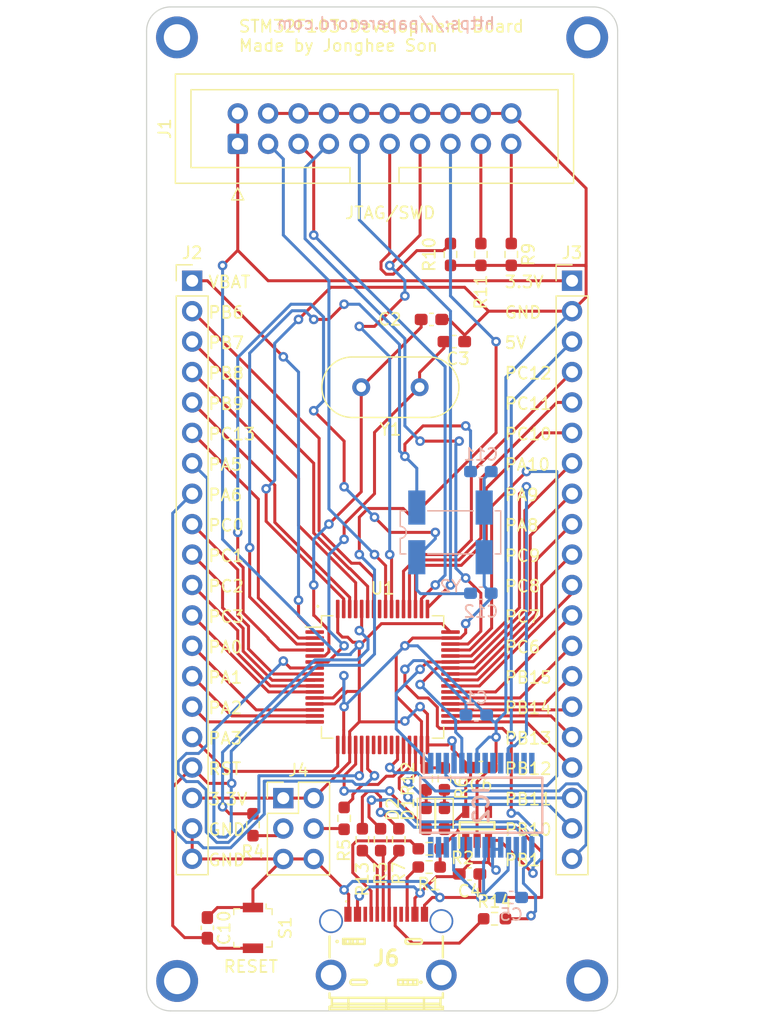
<source format=kicad_pcb>
(kicad_pcb (version 20221018) (generator pcbnew)
  (title_block (title "STM32F103RBT6 Dev Board") (date "2023-11-28") (rev "1.1.4"))
  (layers (0 "F.Cu" signal) (1 "In1.Cu" power) (2 "In2.Cu" power) (31 "B.Cu" signal) (34 "B.Paste" user) (35 "F.Paste" user) (36 "B.SilkS" user "B.Silkscreen") (37 "F.SilkS" user "F.Silkscreen") (38 "B.Mask" user) (39 "F.Mask" user) (44 "Edge.Cuts" user))
  (net 0 "")
  (net 1 "OSC_IN")
  (net 2 "OSC_OUT")
  (net 3 "Net-(D1-K)")
  (net 4 "OSC32_IN")
  (net 5 "OSC32_OUT")
  (net 6 "PA4")
  (net 7 "PA12")
  (net 8 "Net-(J1-RTCK)")
  (net 9 "PA11")
  (net 10 "Net-(J1-DBGRQ{slash}NC)")
  (net 11 "Net-(J1-DBGACK{slash}NC)")
  (net 12 "JNTRST")
  (net 13 "JTDI")
  (net 14 "JTMS{slash}SWDIO")
  (net 15 "JTCK{slash}SWCLK")
  (net 16 "JTDO")
  (net 17 "PB6")
  (net 18 "PB7")
  (net 19 "PB8")
  (net 20 "PB9")
  (net 21 "PC13")
  (net 22 "PA5")
  (net 23 "PA6")
  (net 24 "PC0")
  (net 25 "PC1")
  (net 26 "PC2")
  (net 27 "PC3")
  (net 28 "PA0")
  (net 29 "PA1")
  (net 30 "PA2")
  (net 31 "PA3")
  (net 32 "PC12")
  (net 33 "PC11")
  (net 34 "PC10")
  (net 35 "PA8")
  (net 36 "PC9")
  (net 37 "PC8")
  (net 38 "PC7")
  (net 39 "PC6")
  (net 40 "PB15")
  (net 41 "PB14")
  (net 42 "Net-(J4-Pin_3)")
  (net 43 "Net-(J4-Pin_4)")
  (net 44 "Net-(J6-CC1)")
  (net 45 "Net-(J6-DP1)")
  (net 46 "Net-(J6-DN1)")
  (net 48 "Net-(J6-CC2)")
  (net 50 "PB13")
  (net 51 "PB12")
  (net 52 "PB11")
  (net 53 "PB10")
  (net 54 "PB1")
  (net 55 "BOOT0")
  (net 56 "BOOT1")
  (net 57 "PA7")
  (net 58 "PC4")
  (net 59 "PC5")
  (net 61 "Net-(D2-K)")
  (net 62 "Net-(IC2-3V3OUT)")
  (net 78 "RESET")
  (net 79 "GND")
  (net 80 "5V")
  (net 81 "VCC3V3")
  (net 82 "VBAT")
  (net 83 "USBDP")
  (net 84 "USBDM")
  (net 85 "PA10{slash}USART1_RX")
  (net 86 "PA9{slash}USART1_TX")
  (net 87 "Net-(J6-DP2)")
  (net 88 "Net-(J6-DN2)")
  (net 89 "PB0")
  (net 90 "PB5")
  (footprint "Capacitor_SMD:C_0603_1608Metric_Pad1.08x0.95mm_HandSolder" (layer "F.Cu") (at 152.72 130.12 180)
    (fp_text reference "C4")
    (fp_text value "1uF")
  )
  (footprint "Resistor_SMD:R_0603_1608Metric_Pad0.98x0.95mm_HandSolder" (layer "F.Cu") (at 150.622 122.174 -90)
    (fp_text reference "R6")
    (fp_text value "330")
  )
  (footprint "digikey-footprints:Switch_Tactile_SMD_B3U-1000P" (layer "F.Cu") (at 134.62 134.62 -90)
    (fp_text reference "S1")
    (fp_text value "B3U-1000P")
  )
  (footprint "Resistor_SMD:R_0603_1608Metric_Pad0.98x0.95mm_HandSolder" (layer "F.Cu") (at 143.764 127.254 90)
    (fp_text reference "R13")
    (fp_text value "20")
  )
  (footprint "Capacitor_SMD:C_0603_1608Metric_Pad1.08x0.95mm_HandSolder" (layer "F.Cu") (at 151.45 85.67 180)
    (fp_text reference "C3")
    (fp_text value "20pF")
  )
  (footprint "Resistor_SMD:R_0603_1608Metric_Pad0.98x0.95mm_HandSolder" (layer "F.Cu") (at 149.098 122.174 -90)
    (fp_text reference "R12")
    (fp_text value "330")
  )
  (footprint "LED_SMD:LED_0603_1608Metric_Pad1.05x0.95mm_HandSolder" (layer "F.Cu") (at 150.622 125.476 -90)
    (fp_text reference "D1")
    (fp_text value "RED")
  )
  (footprint "MountingHole:MountingHole_2.2mm_M2_ISO7380_Pad" (layer "F.Cu") (at 162.56 60.27)
    (fp_text reference "REF**" hide)
    (fp_text value "MountingHole_2.2mm_M2_ISO7380_Pad")
  )
  (footprint "Resistor_SMD:R_0603_1608Metric_Pad0.98x0.95mm_HandSolder" (layer "F.Cu") (at 142.24 125.476 -90)
    (fp_text reference "R5")
    (fp_text value "100k")
  )
  (footprint "Capacitor_SMD:C_0603_1608Metric_Pad1.08x0.95mm_HandSolder" (layer "F.Cu") (at 130.81 134.62 90)
    (fp_text reference "C10")
    (fp_text value "0.1uF")
  )
  (footprint "SamacSys_Parts:USB480003A" (layer "F.Cu") (at 145.758 137.157)
    (fp_text reference "J6")
    (fp_text value "USB4800-03-A" hide)
  )
  (footprint "MountingHole:MountingHole_2.2mm_M2_ISO7380_Pad" (layer "F.Cu") (at 128.285913 139.053348)
    (fp_text reference "REF**" hide)
    (fp_text value "MountingHole_2.2mm_M2_ISO7380_Pad")
  )
  (footprint "MountingHole:MountingHole_2.2mm_M2_ISO7380_Pad" (layer "F.Cu") (at 128.27 60.27)
    (fp_text reference "REF**" hide)
    (fp_text value "MountingHole_2.2mm_M2_ISO7380_Pad")
  )
  (footprint "Resistor_SMD:R_0603_1608Metric_Pad0.98x0.95mm_HandSolder" (layer "F.Cu") (at 154.813 133.858)
    (fp_text reference "R14")
    (fp_text value "20")
  )
  (footprint "Resistor_SMD:R_0603_1608Metric_Pad0.98x0.95mm_HandSolder" (layer "F.Cu") (at 149.352 129.54 180)
    (fp_text reference "R1")
    (fp_text value "5.1k")
  )
  (footprint "LED_SMD:LED_0603_1608Metric_Pad1.05x0.95mm_HandSolder" (layer "F.Cu") (at 149.098 125.476 -90)
    (fp_text reference "D2")
    (fp_text value "GREEN")
  )
  (footprint "SamacSys_Parts:SOT95P280X145-5N" (layer "F.Cu") (at 153.355 126.091 90)
    (fp_text reference "PS1" hide)
    (fp_text value "TLV75733PDBVR" hide)
  )
  (footprint "Connector_PinHeader_2.54mm:PinHeader_2x03_P2.54mm_Vertical" (layer "F.Cu") (at 137.155 123.785)
    (fp_text reference "J4")
    (fp_text value "Conn_02x03_Odd_Even")
  )
  (footprint "Resistor_SMD:R_0603_1608Metric_Pad0.98x0.95mm_HandSolder" (layer "F.Cu") (at 134.62 126.0075 90)
    (fp_text reference "R4")
    (fp_text value "100k")
  )
  (footprint "Package_QFP:LQFP-64_10x10mm_P0.5mm" (layer "F.Cu") (at 145.455 113.67)
    (fp_text reference "U1")
    (fp_text value "STM32F103RBTx")
  )
  (footprint "Connector_IDC:IDC-Header_2x10_P2.54mm_Vertical" (layer "F.Cu") (at 133.35 69.16 90)
    (fp_text reference "J1")
    (fp_text value "Conn_ARM_JTAG_SWD_20")
  )
  (footprint "Resistor_SMD:R_0603_1608Metric_Pad0.98x0.95mm_HandSolder" (layer "F.Cu") (at 146.812 127.254 90)
    (fp_text reference "R7")
    (fp_text value "20")
  )
  (footprint "Capacitor_SMD:C_0603_1608Metric_Pad1.08x0.95mm_HandSolder" (layer "F.Cu") (at 153.67 121.23 180)
    (fp_text reference "C6")
    (fp_text value "1uF")
  )
  (footprint "Capacitor_SMD:C_0603_1608Metric_Pad1.08x0.95mm_HandSolder" (layer "F.Cu") (at 149.54 83.82 180)
    (fp_text reference "C2")
    (fp_text value "20pF")
  )
  (footprint "Resistor_SMD:R_0603_1608Metric_Pad0.98x0.95mm_HandSolder" (layer "F.Cu") (at 151.13 78.395 -90)
    (fp_text reference "R10")
    (fp_text value "10k")
  )
  (footprint "Connector_PinHeader_2.54mm:PinHeader_1x20_P2.54mm_Vertical" (layer "F.Cu") (at 161.29 80.59)
    (fp_text reference "J3")
    (fp_text value "Conn_01x20_Pin")
  )
  (footprint "MountingHole:MountingHole_2.2mm_M2_ISO7380_Pad" (layer "F.Cu") (at 162.56 139.01)
    (fp_text reference "REF**" hide)
    (fp_text value "MountingHole_2.2mm_M2_ISO7380_Pad")
  )
  (footprint "Resistor_SMD:R_0603_1608Metric_Pad0.98x0.95mm_HandSolder" (layer "F.Cu") (at 156.21 78.395 -90)
    (fp_text reference "R9")
    (fp_text value "10k")
  )
  (footprint "Resistor_SMD:R_0603_1608Metric_Pad0.98x0.95mm_HandSolder" (layer "F.Cu") (at 153.67 78.395 -90)
    (fp_text reference "R11")
    (fp_text value "10k")
  )
  (footprint "Resistor_SMD:R_0603_1608Metric_Pad0.98x0.95mm_HandSolder" (layer "F.Cu") (at 145.288 127.254 90)
    (fp_text reference "R3")
    (fp_text value "20")
  )
  (footprint "Crystal:Crystal_HC49-4H_Vertical" (layer "F.Cu") (at 148.55 89.48 180)
    (fp_text reference "Y1")
    (fp_text value "8MHz")
  )
  (footprint "Resistor_SMD:R_0603_1608Metric_Pad0.98x0.95mm_HandSolder" (layer "F.Cu") (at 149.352 128.016 180)
    (fp_text reference "R2")
    (fp_text value "5.1k")
  )
  (footprint "Connector_PinHeader_2.54mm:PinHeader_1x20_P2.54mm_Vertical" (layer "F.Cu") (at 129.54 80.59)
    (fp_text reference "J2")
    (fp_text value "Conn_01x20_Pin")
  )
  (footprint "SamacSys_Parts:SOP65P780X200-28N" (layer "B.Cu") (at 153.70325 124.377 -90)
    (fp_text reference "IC2")
    (fp_text value "FT232RNL-REEL" hide)
  )
  (footprint "Capacitor_SMD:C_0603_1608Metric_Pad1.08x0.95mm_HandSolder" (layer "B.Cu") (at 153.67 106.68 180)
    (fp_text reference "C12")
    (fp_text value "12pF")
  )
  (footprint "Capacitor_SMD:C_0603_1608Metric_Pad1.08x0.95mm_HandSolder" (layer "B.Cu") (at 156.21 132.08)
    (fp_text reference "C5")
    (fp_text value "0.1uF")
  )
  (footprint "Capacitor_SMD:C_0603_1608Metric_Pad1.08x0.95mm_HandSolder" (layer "B.Cu") (at 153.289 116.84 180)
    (fp_text reference "C1")
    (fp_text value "0.1uF")
  )
  (footprint "Crystal:Crystal_SMD_SeikoEpson_MC306-4Pin_8.0x3.2mm_HandSoldering" (layer "B.Cu") (at 151.13 101.6)
    (fp_text reference "Y2")
    (fp_text value "Crystal_GND23")
  )
  (footprint "Capacitor_SMD:C_0603_1608Metric_Pad1.08x0.95mm_HandSolder" (layer "B.Cu") (at 153.67 96.52 180)
    (fp_text reference "C11")
    (fp_text value "12pF")
  )
  (gr_arc (start 163.1 57.73) (mid 164.514214 58.315786) (end 165.1 59.73) (stroke (width 0.1)) (layer "Edge.Cuts"))
  (gr_arc (start 125.73 59.73) (mid 126.315786 58.315786) (end 127.73 57.73) (stroke (width 0.1)) (layer "Edge.Cuts"))
  (gr_line (start 163.1 141.55) (end 127.73 141.55) (stroke (width 0.1)) (layer "Edge.Cuts"))
  (gr_line (start 165.1 59.73) (end 165.1 139.55) (stroke (width 0.1)) (layer "Edge.Cuts"))
  (gr_arc (start 127.73 141.55) (mid 126.315786 140.964214) (end 125.73 139.55) (stroke (width 0.1)) (layer "Edge.Cuts"))
  (gr_arc (start 165.1 139.55) (mid 164.514214 140.964214) (end 163.1 141.55) (stroke (width 0.1)) (layer "Edge.Cuts"))
  (gr_line (start 125.73 139.55) (end 125.73 59.73) (stroke (width 0.1)) (layer "Edge.Cuts"))
  (gr_line (start 127.73 57.73) (end 163.1 57.73) (stroke (width 0.1)) (layer "Edge.Cuts"))
  (gr_text "https://paperecord.com" (at 154.94 59.69) (layer "B.SilkS") (effects (font (size 1 1)) (justify left bottom mirror)))
  (gr_text "PB15" (at 155.575 114.3) (layer "F.SilkS") (effects (font (size 1 1)) (justify left bottom)))
  (gr_text "PA3" (at 130.81 119.38) (layer "F.SilkS") (effects (font (size 1 1)) (justify left bottom)))
  (gr_text "PB1" (at 155.575 129.54) (layer "F.SilkS") (effects (font (size 1 1)) (justify left bottom)))
  (gr_text "PC1" (at 130.81 104.14) (layer "F.SilkS") (effects (font (size 1 1)) (justify left bottom)))
  (gr_text "PB14" (at 155.575 116.84) (layer "F.SilkS") (effects (font (size 1 1)) (justify left bottom)))
  (gr_text "PC10" (at 155.575 93.98) (layer "F.SilkS") (effects (font (size 1 1)) (justify left bottom)))
  (gr_text "RST" (at 130.81 121.92) (layer "F.SilkS") (effects (font (size 1 1)) (justify left bottom)))
  (gr_text "PC3" (at 130.81 109.22) (layer "F.SilkS") (effects (font (size 1 1)) (justify left bottom)))
  (gr_text "PB13" (at 155.575 119.38) (layer "F.SilkS") (effects (font (size 1 1)) (justify left bottom)))
  (gr_text "PB6" (at 130.81 83.82) (layer "F.SilkS") (effects (font (size 1 1)) (justify left bottom)))
  (gr_text "PB9" (at 130.81 91.44) (layer "F.SilkS") (effects (font (size 1 1)) (justify left bottom)))
  (gr_text "VBAT" (at 130.81 81.28) (layer "F.SilkS") (effects (font (size 1 1)) (justify left bottom)))
  (gr_text "PA8" (at 155.575 101.6) (layer "F.SilkS") (effects (font (size 1 1)) (justify left bottom)))
  (gr_text "PC13" (at 130.81 93.98) (layer "F.SilkS") (effects (font (size 1 1)) (justify left bottom)))
  (gr_text "PA9" (at 155.575 99.06) (layer "F.SilkS") (effects (font (size 1 1)) (justify left bottom)))
  (gr_text "." (at 139.7 107.95) (layer "F.SilkS") (effects (font (size 1 1)) (justify left bottom)))
  (gr_text "RESET" (at 132.08 138.43) (layer "F.SilkS") (effects (font (size 1 1)) (justify left bottom)))
  (gr_text "PB7" (at 130.81 86.36) (layer "F.SilkS") (effects (font (size 1 1)) (justify left bottom)))
  (gr_text "PB12" (at 155.575 121.92) (layer "F.SilkS") (effects (font (size 1 1)) (justify left bottom)))
  (gr_text "PC12" (at 155.575 88.9) (layer "F.SilkS") (effects (font (size 1 1)) (justify left bottom)))
  (gr_text "PB11" (at 155.575 124.46) (layer "F.SilkS") (effects (font (size 1 1)) (justify left bottom)))
  (gr_text "JTAG/SWD" (at 142.24 75.51) (layer "F.SilkS") (effects (font (size 1 1)) (justify left bottom)))
  (gr_text "PC0" (at 130.81 101.6) (layer "F.SilkS") (effects (font (size 1 1)) (justify left bottom)))
  (gr_text "GND" (at 130.81 127) (layer "F.SilkS") (effects (font (size 1 1)) (justify left bottom)))
  (gr_text "PA6" (at 130.81 99.06) (layer "F.SilkS") (effects (font (size 1 1)) (justify left bottom)))
  (gr_text "PA0" (at 130.81 111.76) (layer "F.SilkS") (effects (font (size 1 1)) (justify left bottom)))
  (gr_text "PB10" (at 155.575 127) (layer "F.SilkS") (effects (font (size 1 1)) (justify left bottom)))
  (gr_text "GND" (at 155.575 83.82) (layer "F.SilkS") (effects (font (size 1 1)) (justify left bottom)))
  (gr_text "PC2" (at 130.81 106.68) (layer "F.SilkS") (effects (font (size 1 1)) (justify left bottom)))
  (gr_text "PA1" (at 130.81 114.3) (layer "F.SilkS") (effects (font (size 1 1)) (justify left bottom)))
  (gr_text "PA2" (at 130.81 116.84) (layer "F.SilkS") (effects (font (size 1 1)) (justify left bottom)))
  (gr_text "PB8" (at 130.81 88.9) (layer "F.SilkS") (effects (font (size 1 1)) (justify left bottom)))
  (gr_text "PC7" (at 155.575 109.22) (layer "F.SilkS") (effects (font (size 1 1)) (justify left bottom)))
  (gr_text "PC9" (at 155.575 104.14) (layer "F.SilkS") (effects (font (size 1 1)) (justify left bottom)))
  (gr_text "PC6" (at 155.575 111.76) (layer "F.SilkS") (effects (font (size 1 1)) (justify left bottom)))
  (gr_text "5V" (at 155.575 86.36) (layer "F.SilkS") (effects (font (size 1 1)) (justify left bottom)))
  (gr_text "GND" (at 130.81 129.54) (layer "F.SilkS") (effects (font (size 1 1)) (justify left bottom)))
  (gr_text "STM32F103 Development Board\nMade by Jonghee Son" (at 133.35 61.54) (layer "F.SilkS") (effects (font (size 1 1)) (justify left bottom)))
  (gr_text "PC11" (at 155.575 91.44) (layer "F.SilkS") (effects (font (size 1 1)) (justify left bottom)))
  (gr_text "PA5" (at 130.81 96.52) (layer "F.SilkS") (effects (font (size 1 1)) (justify left bottom)))
  (gr_text "3.3V" (at 155.575 81.28) (layer "F.SilkS") (effects (font (size 1 1)) (justify left bottom)))
  (gr_text "PC8" (at 155.575 106.68) (layer "F.SilkS") (effects (font (size 1 1)) (justify left bottom)))
  (gr_text "PA10" (at 155.575 96.52) (layer "F.SilkS") (effects (font (size 1 1)) (justify left bottom)))
  (gr_text "3.3V" (at 130.81 124.46) (layer "F.SilkS") (effects (font (size 1 1)) (justify left bottom)))
  (segment (start 148.6775 83.82) (end 148.6775 84.4725) (width 0.25) (layer "F.Cu") (net 1))
  (segment (start 139.7 108.53) (end 139.7 105.99) (width 0.25) (layer "F.Cu") (net 1))
  (segment (start 148.6775 84.4725) (end 143.67 89.48) (width 0.25) (layer "F.Cu") (net 1))
  (segment (start 143.67 89.48) (end 143.67 98.21) (width 0.25) (layer "F.Cu") (net 1))
  (segment (start 140.97 111.570685) (end 140.97 109.769315) (width 0.25) (layer "F.Cu") (net 1))
  (segment (start 139.730685 108.53) (end 139.7 108.53) (width 0.25) (layer "F.Cu") (net 1))
  (segment (start 139.78 111.92) (end 140.620685 111.92) (width 0.25) (layer "F.Cu") (net 1))
  (segment (start 140.97 109.769315) (end 139.730685 108.53) (width 0.25) (layer "F.Cu") (net 1))
  (segment (start 140.620685 111.92) (end 140.97 111.570685) (width 0.25) (layer "F.Cu") (net 1))
  (segment (start 143.67 98.21) (end 140.97 100.91) (width 0.25) (layer "F.Cu") (net 1))
  (via (at 139.7 105.99) (size 0.8) (drill 0.4) (layers "F.Cu" "B.Cu") (net 1))
  (via (at 140.97 100.91) (size 0.8) (drill 0.4) (layers "F.Cu" "B.Cu") (net 1))
  (segment (start 139.7 102.18) (end 139.7 105.99) (width 0.25) (layer "B.Cu") (net 1))
  (segment (start 140.97 100.91) (end 139.7 102.18) (width 0.25) (layer "B.Cu") (net 1))
  (segment (start 140.89 112.42) (end 139.78 112.42) (width 0.25) (layer "F.Cu") (net 2))
  (segment (start 150.5875 86.2125) (end 148.55 88.25) (width 0.25) (layer "F.Cu") (net 2))
  (segment (start 144.78 93.25) (end 148.55 89.48) (width 0.25) (layer "F.Cu") (net 2))
  (segment (start 142.24 102.18) (end 142.24 100.91) (width 0.25) (layer "F.Cu") (net 2))
  (segment (start 148.55 89.48) (end 148.55 88.25) (width 0.25) (layer "F.Cu") (net 2))
  (segment (start 150.5875 85.67) (end 150.5875 86.2125) (width 0.25) (layer "F.Cu") (net 2))
  (segment (start 144.78 98.37) (end 144.78 93.25) (width 0.25) (layer "F.Cu") (net 2))
  (segment (start 142.24 100.91) (end 144.78 98.37) (width 0.25) (layer "F.Cu") (net 2))
  (segment (start 142.24 111.07) (end 140.89 112.42) (width 0.25) (layer "F.Cu") (net 2))
  (via (at 142.24 102.18) (size 0.8) (drill 0.4) (layers "F.Cu" "B.Cu") (net 2))
  (via (at 142.24 111.07) (size 0.8) (drill 0.4) (layers "F.Cu" "B.Cu") (net 2))
  (segment (start 140.97 103.45) (end 140.97 109.8) (width 0.25) (layer "B.Cu") (net 2))
  (segment (start 140.97 109.8) (end 142.24 111.07) (width 0.25) (layer "B.Cu") (net 2))
  (segment (start 142.24 102.18) (end 140.97 103.45) (width 0.25) (layer "B.Cu") (net 2))
  (segment (start 150.622 124.601) (end 150.622 123.0865) (width 0.25) (layer "F.Cu") (net 3))
  (segment (start 134.3455 106.9855) (end 138.28 110.92) (width 0.25) (layer "F.Cu") (net 4))
  (segment (start 152.4 92.71) (end 148.834695 92.71) (width 0.25) (layer "F.Cu") (net 4))
  (segment (start 140.97 83.82) (end 139.7 83.82) (width 0.25) (layer "F.Cu") (net 4))
  (segment (start 134.3455 102.87) (end 134.3455 106.9855) (width 0.25) (layer "F.Cu") (net 4))
  (segment (start 138.28 110.92) (end 139.78 110.92) (width 0.25) (layer "F.Cu") (net 4))
  (segment (start 148.834695 92.71) (end 147.32 94.224695) (width 0.25) (layer "F.Cu") (net 4))
  (segment (start 147.32 94.224695) (end 147.32 95.25) (width 0.25) (layer "F.Cu") (net 4))
  (segment (start 142.24 82.55) (end 140.97 83.82) (width 0.25) (layer "F.Cu") (net 4))
  (via (at 147.32 95.25) (size 0.8) (drill 0.4) (layers "F.Cu" "B.Cu") (net 4))
  (via (at 142.24 82.55) (size 0.8) (drill 0.4) (layers "F.Cu" "B.Cu") (net 4))
  (via (at 139.7 83.82) (size 0.8) (drill 0.4) (layers "F.Cu" "B.Cu") (net 4))
  (via (at 152.4 92.71) (size 0.8) (drill 0.4) (layers "F.Cu" "B.Cu") (net 4))
  (via (at 134.3455 102.87) (size 0.8) (drill 0.4) (layers "F.Cu" "B.Cu") (net 4))
  (segment (start 146.87 85.91) (end 143.51 82.55) (width 0.25) (layer "B.Cu") (net 4))
  (segment (start 147.32 95.25) (end 148.315 96.245) (width 0.25) (layer "B.Cu") (net 4))
  (segment (start 138.975 83.095) (end 137.885 83.095) (width 0.25) (layer "B.Cu") (net 4))
  (segment (start 152.4 92.71) (end 152.8075 93.1175) (width 0.25) (layer "B.Cu") (net 4))
  (segment (start 143.51 82.55) (end 142.24 82.55) (width 0.25) (layer "B.Cu") (net 4))
  (segment (start 148.315 96.245) (end 148.315 99.525) (width 0.25) (layer "B.Cu") (net 4))
  (segment (start 137.885 83.095) (end 134.3455 86.6345) (width 0.25) (layer "B.Cu") (net 4))
  (segment (start 152.8075 93.1175) (end 152.8075 96.52) (width 0.25) (layer "B.Cu") (net 4))
  (segment (start 147.32 95.25) (end 146.87 94.8) (width 0.25) (layer "B.Cu") (net 4))
  (segment (start 134.3455 86.6345) (end 134.3455 102.87) (width 0.25) (layer "B.Cu") (net 4))
  (segment (start 139.7 83.82) (end 138.975 83.095) (width 0.25) (layer "B.Cu") (net 4))
  (segment (start 146.87 94.8) (end 146.87 85.91) (width 0.25) (layer "B.Cu") (net 4))
  (segment (start 146.05 101.6) (end 144.78 100.33) (width 0.25) (layer "F.Cu") (net 5))
  (segment (start 139.7 91.44) (end 142.24 93.98) (width 0.25) (layer "F.Cu") (net 5))
  (segment (start 135.89 110.49) (end 135.89 110.430812) (width 0.25) (layer "F.Cu") (net 5))
  (segment (start 139.78 111.42) (end 136.82 111.42) (width 0.25) (layer "F.Cu") (net 5))
  (segment (start 136.82 111.42) (end 135.89 110.49) (width 0.25) (layer "F.Cu") (net 5))
  (segment (start 133.8 104.533604) (end 133.35 104.083604) (width 0.25) (layer "F.Cu") (net 5))
  (segment (start 135.89 110.430812) (end 133.8 108.340812) (width 0.25) (layer "F.Cu") (net 5))
  (segment (start 133.8 108.340812) (end 133.8 104.533604) (width 0.25) (layer "F.Cu") (net 5))
  (segment (start 142.24 93.98) (end 142.24 97.79) (width 0.25) (layer "F.Cu") (net 5))
  (segment (start 133.35 104.083604) (end 133.35 101.6) (width 0.25) (layer "F.Cu") (net 5))
  (segment (start 149.86 101.6) (end 146.05 101.6) (width 0.25) (layer "F.Cu") (net 5))
  (via (at 149.86 101.6) (size 0.8) (drill 0.4) (layers "F.Cu" "B.Cu") (net 5))
  (via (at 139.7 91.44) (size 0.8) (drill 0.4) (layers "F.Cu" "B.Cu") (net 5))
  (via (at 142.24 97.79) (size 0.8) (drill 0.4) (layers "F.Cu" "B.Cu") (net 5))
  (via (at 133.35 101.6) (size 0.8) (drill 0.4) (layers "F.Cu" "B.Cu") (net 5))
  (via (at 144.78 100.33) (size 0.8) (drill 0.4) (layers "F.Cu" "B.Cu") (net 5))
  (segment (start 149.86 102.13) (end 149.86 101.6) (width 0.25) (layer "B.Cu") (net 5))
  (segment (start 148.625 106.715) (end 148.315 106.405) (width 0.25) (layer "B.Cu") (net 5))
  (segment (start 139.455305 82.55) (end 140.52 83.614695) (width 0.25) (layer "B.Cu") (net 5))
  (segment (start 148.315 103.675) (end 149.86 102.13) (width 0.25) (layer "B.Cu") (net 5))
  (segment (start 137.793604 82.55) (end 139.455305 82.55) (width 0.25) (layer "B.Cu") (net 5))
  (segment (start 140.52 90.62) (end 139.7 91.44) (width 0.25) (layer "B.Cu") (net 5))
  (segment (start 133.35 86.993604) (end 137.793604 82.55) (width 0.25) (layer "B.Cu") (net 5))
  (segment (start 142.24 97.79) (end 144.78 100.33) (width 0.25) (layer "B.Cu") (net 5))
  (segment (start 152.8075 106.68) (end 152.7725 106.715) (width 0.25) (layer "B.Cu") (net 5))
  (segment (start 133.35 101.6) (end 133.35 86.993604) (width 0.25) (layer "B.Cu") (net 5))
  (segment (start 140.52 83.614695) (end 140.52 90.62) (width 0.25) (layer "B.Cu") (net 5))
  (segment (start 152.7725 106.715) (end 148.625 106.715) (width 0.25) (layer "B.Cu") (net 5))
  (segment (start 148.315 106.405) (end 148.315 103.675) (width 0.25) (layer "B.Cu") (net 5))
  (segment (start 146.05 123.19) (end 146.05 123.303) (width 0.25) (layer "F.Cu") (net 6))
  (segment (start 146.05 123.303) (end 149.098 126.351) (width 0.25) (layer "F.Cu") (net 6))
  (segment (start 143.205 120.955) (end 143.205 119.345) (width 0.25) (layer "F.Cu") (net 6))
  (segment (start 142.24 123.19) (end 142.24 121.92) (width 0.25) (layer "F.Cu") (net 6))
  (segment (start 142.24 121.92) (end 143.205 120.955) (width 0.25) (layer "F.Cu") (net 6))
  (via (at 142.24 123.19) (size 0.8) (drill 0.4) (layers "F.Cu" "B.Cu") (net 6))
  (via (at 146.05 123.19) (size 0.8) (drill 0.4) (layers "F.Cu" "B.Cu") (net 6))
  (segment (start 146.05 123.19) (end 142.24 123.19) (width 0.25) (layer "B.Cu") (net 6))
  (segment (start 157.48 96.52) (end 154.57 99.43) (width 0.25) (layer "F.Cu") (net 7))
  (segment (start 154.57 99.43) (end 154.57 109.581624) (width 0.25) (layer "F.Cu") (net 7))
  (segment (start 152.731624 111.42) (end 151.13 111.42) (width 0.25) (layer "F.Cu") (net 7))
  (segment (start 154.57 109.581624) (end 152.731624 111.42) (width 0.25) (layer "F.Cu") (net 7))
  (via (at 157.48 96.52) (size 0.8) (drill 0.4) (layers "F.Cu" "B.Cu") (net 7))
  (segment (start 151.6 122.74) (end 159.2 122.74) (width 0.25) (layer "B.Cu") (net 7))
  (segment (start 160.02 96.52) (end 157.48 96.52) (width 0.25) (layer "B.Cu") (net 7))
  (segment (start 160.02 121.92) (end 160.02 96.52) (width 0.25) (layer "B.Cu") (net 7))
  (segment (start 159.2 122.74) (end 160.02 121.92) (width 0.25) (layer "B.Cu") (net 7))
  (segment (start 150.745 120.885) (end 150.745 121.885) (width 0.25) (layer "B.Cu") (net 7))
  (segment (start 150.745 121.885) (end 151.6 122.74) (width 0.25) (layer "B.Cu") (net 7))
  (segment (start 145.749695 80.045) (end 145.325 79.620305) (width 0.25) (layer "F.Cu") (net 8))
  (segment (start 148.320305 78.075) (end 146.350305 80.045) (width 0.25) (layer "F.Cu") (net 8))
  (segment (start 150.5375 78.075) (end 151.13 77.4825) (width 0.25) (layer "F.Cu") (net 8))
  (segment (start 146.350305 80.045) (end 145.749695 80.045) (width 0.25) (layer "F.Cu") (net 8))
  (segment (start 145.325 79.620305) (end 145.325 79.019695) (width 0.25) (layer "F.Cu") (net 8))
  (segment (start 146.05 78.294695) (end 146.05 69.16) (width 0.25) (layer "F.Cu") (net 8))
  (segment (start 145.325 79.019695) (end 146.05 78.294695) (width 0.25) (layer "F.Cu") (net 8))
  (segment (start 148.320305 78.075) (end 150.5375 78.075) (width 0.25) (layer "F.Cu") (net 8))
  (segment (start 157.48 97.79) (end 156.895406 98.374594) (width 0.25) (layer "F.Cu") (net 9))
  (segment (start 156.895406 98.374594) (end 156.895406 107.892614) (width 0.25) (layer "F.Cu") (net 9))
  (segment (start 156.895406 107.892614) (end 152.86802 111.92) (width 0.25) (layer "F.Cu") (net 9))
  (segment (start 152.86802 111.92) (end 151.13 111.92) (width 0.25) (layer "F.Cu") (net 9))
  (via (at 157.48 97.79) (size 0.8) (drill 0.4) (layers "F.Cu" "B.Cu") (net 9))
  (segment (start 157.48 118.445305) (end 157.48 97.79) (width 0.25) (layer "B.Cu") (net 9))
  (segment (start 156.175 119.415) (end 156.510305 119.415) (width 0.25) (layer "B.Cu") (net 9))
  (segment (start 155.945 120.885) (end 155.945 119.645) (width 0.25) (layer "B.Cu") (net 9))
  (segment (start 156.510305 119.415) (end 157.48 118.445305) (width 0.25) (layer "B.Cu") (net 9))
  (segment (start 155.945 119.645) (end 156.175 119.415) (width 0.25) (layer "B.Cu") (net 9))
  (segment (start 153.67 77.4825) (end 153.67 69.16) (width 0.25) (layer "F.Cu") (net 10))
  (segment (start 156.21 69.16) (end 156.21 77.4825) (width 0.25) (layer "F.Cu") (net 11))
  (segment (start 145.705 104.375) (end 144.78 103.45) (width 0.25) (layer "F.Cu") (net 12))
  (segment (start 145.705 107.995) (end 145.705 104.375) (width 0.25) (layer "F.Cu") (net 12))
  (via (at 144.78 103.45) (size 0.8) (drill 0.4) (layers "F.Cu" "B.Cu") (net 12))
  (segment (start 144.78 103.45) (end 140.97 99.64) (width 0.25) (layer "B.Cu") (net 12))
  (segment (start 140.97 99.64) (end 140.97 80.59) (width 0.25) (layer "B.Cu") (net 12))
  (segment (start 140.97 80.59) (end 137.16 76.78) (width 0.25) (layer "B.Cu") (net 12))
  (segment (start 137.16 70.43) (end 135.89 69.16) (width 0.25) (layer "B.Cu") (net 12))
  (segment (start 137.16 76.78) (end 137.16 70.43) (width 0.25) (layer "B.Cu") (net 12))
  (segment (start 148.705 107.145) (end 148.705 107.995) (width 0.25) (layer "F.Cu") (net 13))
  (segment (start 139.7 70.43) (end 138.43 69.16) (width 0.25) (layer "F.Cu") (net 13))
  (segment (start 149.86 105.99) (end 148.705 107.145) (width 0.25) (layer "F.Cu") (net 13))
  (segment (start 139.7 76.78) (end 139.7 70.43) (width 0.25) (layer "F.Cu") (net 13))
  (via (at 139.7 76.78) (size 0.8) (drill 0.4) (layers "F.Cu" "B.Cu") (net 13))
  (via (at 149.86 105.99) (size 0.8) (drill 0.4) (layers "F.Cu" "B.Cu") (net 13))
  (segment (start 150.68 87.76) (end 150.68 105.17) (width 0.25) (layer "B.Cu") (net 13))
  (segment (start 139.7 76.78) (end 150.68 87.76) (width 0.25) (layer "B.Cu") (net 13))
  (segment (start 150.68 105.17) (end 149.86 105.99) (width 0.25) (layer "B.Cu") (net 13))
  (segment (start 152.4 105.41) (end 153.67 106.68) (width 0.25) (layer "F.Cu") (net 14))
  (segment (start 148.59 93.98) (end 151.82 93.98) (width 0.25) (layer "F.Cu") (net 14))
  (segment (start 153.67 109.845228) (end 152.595228 110.92) (width 0.25) (layer "F.Cu") (net 14))
  (segment (start 152.595228 110.92) (end 151.13 110.92) (width 0.25) (layer "F.Cu") (net 14))
  (segment (start 153.67 106.68) (end 153.67 109.845228) (width 0.25) (layer "F.Cu") (net 14))
  (via (at 148.59 93.98) (size 0.8) (drill 0.4) (layers "F.Cu" "B.Cu") (net 14))
  (via (at 152.4 105.41) (size 0.8) (drill 0.4) (layers "F.Cu" "B.Cu") (net 14))
  (via (at 151.8545 93.98) (size 0.8) (drill 0.4) (layers "F.Cu" "B.Cu") (net 14))
  (segment (start 148.59 93.98) (end 147.32 92.71) (width 0.25) (layer "B.Cu") (net 14))
  (segment (start 147.32 85.425305) (end 138.975 77.080305) (width 0.25) (layer "B.Cu") (net 14))
  (segment (start 151.8545 93.98) (end 151.58 94.2545) (width 0.25) (layer "B.Cu") (net 14))
  (segment (start 147.32 92.71) (end 147.32 85.425305) (width 0.25) (layer "B.Cu") (net 14))
  (segment (start 138.975 77.080305) (end 138.975 71.155) (width 0.25) (layer "B.Cu") (net 14))
  (segment (start 138.975 71.155) (end 140.97 69.16) (width 0.25) (layer "B.Cu") (net 14))
  (segment (start 151.58 104.59) (end 152.4 105.41) (width 0.25) (layer "B.Cu") (net 14))
  (segment (start 151.58 94.2545) (end 151.58 104.59) (width 0.25) (layer "B.Cu") (net 14))
  (segment (start 149.205 107.915) (end 151.13 105.99) (width 0.25) (layer "F.Cu") (net 15))
  (segment (start 149.205 107.995) (end 149.205 107.915) (width 0.25) (layer "F.Cu") (net 15))
  (via (at 151.13 105.99) (size 0.8) (drill 0.4) (layers "F.Cu" "B.Cu") (net 15))
  (segment (start 143.51 75.51) (end 151.13 83.13) (width 0.25) (layer "B.Cu") (net 15))
  (segment (start 143.51 69.16) (end 143.51 75.51) (width 0.25) (layer "B.Cu") (net 15))
  (segment (start 151.13 83.13) (end 151.13 105.99) (width 0.25) (layer "B.Cu") (net 15))
  (segment (start 146.05 103.45) (end 146.205 103.605) (width 0.25) (layer "F.Cu") (net 16))
  (segment (start 144.78 84.4) (end 143.51 84.4) (width 0.25) (layer "F.Cu") (net 16))
  (segment (start 148.59 76.78) (end 146.05 79.32) (width 0.25) (layer "F.Cu") (net 16))
  (segment (start 148.59 76.78) (end 148.59 69.16) (width 0.25) (layer "F.Cu") (net 16))
  (segment (start 147.32 81.86) (end 144.78 84.4) (width 0.25) (layer "F.Cu") (net 16))
  (segment (start 146.205 103.605) (end 146.205 107.995) (width 0.25) (layer "F.Cu") (net 16))
  (via (at 143.51 84.4) (size 0.8) (drill 0.4) (layers "F.Cu" "B.Cu") (net 16))
  (via (at 146.05 79.32) (size 0.8) (drill 0.4) (layers "F.Cu" "B.Cu") (net 16))
  (via (at 146.05 103.45) (size 0.8) (drill 0.4) (layers "F.Cu" "B.Cu") (net 16))
  (via (at 147.32 81.86) (size 0.8) (drill 0.4) (layers "F.Cu" "B.Cu") (net 16))
  (segment (start 147.32 81.86) (end 147.32 80.59) (width 0.25) (layer "B.Cu") (net 16))
  (segment (start 147.32 80.59) (end 146.05 79.32) (width 0.25) (layer "B.Cu") (net 16))
  (segment (start 146.05 86.94) (end 146.05 103.45) (width 0.25) (layer "B.Cu") (net 16))
  (segment (start 143.51 84.4) (end 146.05 86.94) (width 0.25) (layer "B.Cu") (net 16))
  (segment (start 144.705 107.995) (end 144.705 105.335) (width 0.25) (layer "F.Cu") (net 17))
  (segment (start 142.858604 104.175) (end 140.15 101.466396) (width 0.25) (layer "F.Cu") (net 17))
  (segment (start 143.545 104.175) (end 142.858604 104.175) (width 0.25) (layer "F.Cu") (net 17))
  (segment (start 144.705 105.335) (end 143.545 104.175) (width 0.25) (layer "F.Cu") (net 17))
  (segment (start 140.15 101.466396) (end 140.15 93.74) (width 0.25) (layer "F.Cu") (net 17))
  (segment (start 140.15 93.74) (end 129.54 83.13) (width 0.25) (layer "F.Cu") (net 17))
  (segment (start 144.205 107.995) (end 144.205 106.105) (width 0.25) (layer "F.Cu") (net 18))
  (segment (start 142.725 104.625) (end 142.672208 104.625) (width 0.25) (layer "F.Cu") (net 18))
  (segment (start 139.7 95.83) (end 129.54 85.67) (width 0.25) (layer "F.Cu") (net 18))
  (segment (start 144.205 106.105) (end 142.725 104.625) (width 0.25) (layer "F.Cu") (net 18))
  (segment (start 139.7 101.652792) (end 139.7 95.83) (width 0.25) (layer "F.Cu") (net 18))
  (segment (start 142.672208 104.625) (end 139.7 101.652792) (width 0.25) (layer "F.Cu") (net 18))
  (segment (start 129.54 88.21) (end 138.43 97.1) (width 0.25) (layer "F.Cu") (net 19))
  (segment (start 143.205 105.794188) (end 143.205 107.995) (width 0.25) (layer "F.Cu") (net 19))
  (segment (start 138.43 97.1) (end 138.43 101.019188) (width 0.25) (layer "F.Cu") (net 19))
  (segment (start 138.43 101.019188) (end 143.205 105.794188) (width 0.25) (layer "F.Cu") (net 19))
  (segment (start 142.705 107.017919) (end 142.705 107.995) (width 0.25) (layer "F.Cu") (net 20))
  (segment (start 129.54 90.75) (end 136.447701 97.657701) (width 0.25) (layer "F.Cu") (net 20))
  (segment (start 136.447701 97.657701) (end 136.447701 100.76062) (width 0.25) (layer "F.Cu") (net 20))
  (segment (start 136.447701 100.76062) (end 142.705 107.017919) (width 0.25) (layer "F.Cu") (net 20))
  (segment (start 138.416396 110.42) (end 139.78 110.42) (width 0.25) (layer "F.Cu") (net 21))
  (segment (start 135.07 107.073604) (end 138.416396 110.42) (width 0.25) (layer "F.Cu") (net 21))
  (segment (start 129.54 93.29) (end 135.07 98.82) (width 0.25) (layer "F.Cu") (net 21))
  (segment (start 135.07 98.82) (end 135.07 107.073604) (width 0.25) (layer "F.Cu") (net 21))
  (segment (start 143.705 119.345) (end 143.705 121.725) (width 0.25) (layer "F.Cu") (net 22))
  (segment (start 143.705 121.725) (end 143.51 121.92) (width 0.25) (layer "F.Cu") (net 22))
  (via (at 143.51 121.92) (size 0.8) (drill 0.4) (layers "F.Cu" "B.Cu") (net 22))
  (segment (start 130.81 119.323604) (end 130.81 97.1) (width 0.25) (layer "B.Cu") (net 22))
  (segment (start 135.117208 121.92) (end 135.117208 124.934493) (width 0.25) (layer "B.Cu") (net 22))
  (segment (start 135.117208 124.934493) (end 132.566701 127.485) (width 0.25) (layer "B.Cu") (net 22))
  (segment (start 129.053299 120.055) (end 130.078604 120.055) (width 0.25) (layer "B.Cu") (net 22))
  (segment (start 129.053299 122.405) (end 128.365 121.716701) (width 0.25) (layer "B.Cu") (net 22))
  (segment (start 130.078604 120.055) (end 130.81 119.323604) (width 0.25) (layer "B.Cu") (net 22))
  (segment (start 128.365 121.716701) (end 128.365 120.743299) (width 0.25) (layer "B.Cu") (net 22))
  (segment (start 130.715 126.606701) (end 130.715 123.093299) (width 0.25) (layer "B.Cu") (net 22))
  (segment (start 130.715 123.093299) (end 130.026701 122.405) (width 0.25) (layer "B.Cu") (net 22))
  (segment (start 132.566701 127.485) (end 131.593299 127.485) (width 0.25) (layer "B.Cu") (net 22))
  (segment (start 130.81 97.1) (end 129.54 95.83) (width 0.25) (layer "B.Cu") (net 22))
  (segment (start 131.593299 127.485) (end 130.715 126.606701) (width 0.25) (layer "B.Cu") (net 22))
  (segment (start 143.51 121.92) (end 135.117208 121.92) (width 0.25) (layer "B.Cu") (net 22))
  (segment (start 128.365 120.743299) (end 129.053299 120.055) (width 0.25) (layer "B.Cu") (net 22))
  (segment (start 130.026701 122.405) (end 129.053299 122.405) (width 0.25) (layer "B.Cu") (net 22))
  (segment (start 144.205 119.345) (end 144.205 121.345) (width 0.25) (layer "F.Cu") (net 23))
  (segment (start 144.205 121.345) (end 144.78 121.92) (width 0.25) (layer "F.Cu") (net 23))
  (via (at 144.78 121.92) (size 0.8) (drill 0.4) (layers "F.Cu" "B.Cu") (net 23))
  (segment (start 135.567208 122.37) (end 135.567208 125.120889) (width 0.25) (layer "B.Cu") (net 23))
  (segment (start 135.567208 125.120889) (end 132.753097 127.935) (width 0.25) (layer "B.Cu") (net 23))
  (segment (start 132.753097 127.935) (end 130.476701 127.935) (width 0.25) (layer "B.Cu") (net 23))
  (segment (start 130.476701 127.935) (end 130.026701 127.485) (width 0.25) (layer "B.Cu") (net 23))
  (segment (start 127.915 99.995) (end 129.54 98.37) (width 0.25) (layer "B.Cu") (net 23))
  (segment (start 144.055 122.645) (end 143.209695 122.645) (width 0.25) (layer "B.Cu") (net 23))
  (segment (start 143.209695 122.645) (end 142.934695 122.37) (width 0.25) (layer "B.Cu") (net 23))
  (segment (start 142.934695 122.37) (end 135.567208 122.37) (width 0.25) (layer "B.Cu") (net 23))
  (segment (start 130.026701 127.485) (end 129.053299 127.485) (width 0.25) (layer "B.Cu") (net 23))
  (segment (start 144.78 121.92) (end 144.055 122.645) (width 0.25) (layer "B.Cu") (net 23))
  (segment (start 127.915 126.346701) (end 127.915 99.995) (width 0.25) (layer "B.Cu") (net 23))
  (segment (start 129.053299 127.485) (end 127.915 126.346701) (width 0.25) (layer "B.Cu") (net 23))
  (segment (start 134.25 109.427208) (end 133.35 108.527208) (width 0.25) (layer "F.Cu") (net 24))
  (segment (start 136.339188 113.42) (end 134.25 111.330812) (width 0.25) (layer "F.Cu") (net 24))
  (segment (start 133.35 108.527208) (end 133.35 104.72) (width 0.25) (layer "F.Cu") (net 24))
  (segment (start 139.78 113.42) (end 136.339188 113.42) (width 0.25) (layer "F.Cu") (net 24))
  (segment (start 134.25 111.330812) (end 134.25 109.427208) (width 0.25) (layer "F.Cu") (net 24))
  (segment (start 133.35 104.72) (end 129.54 100.91) (width 0.25) (layer "F.Cu") (net 24))
  (segment (start 133.8 111.517208) (end 136.227792 113.945) (width 0.25) (layer "F.Cu") (net 25))
  (segment (start 132.08 105.995584) (end 132.08 107.893604) (width 0.25) (layer "F.Cu") (net 25))
  (segment (start 129.54 103.45) (end 129.54 103.455584) (width 0.25) (layer "F.Cu") (net 25))
  (segment (start 136.227792 113.945) (end 139.755 113.945) (width 0.25) (layer "F.Cu") (net 25))
  (segment (start 129.54 103.455584) (end 132.08 105.995584) (width 0.25) (layer "F.Cu") (net 25))
  (segment (start 139.755 113.945) (end 139.78 113.92) (width 0.25) (layer "F.Cu") (net 25))
  (segment (start 133.8 109.613604) (end 133.8 111.517208) (width 0.25) (layer "F.Cu") (net 25))
  (segment (start 132.08 107.893604) (end 133.8 109.613604) (width 0.25) (layer "F.Cu") (net 25))
  (segment (start 133.35 109.8) (end 129.54 105.99) (width 0.25) (layer "F.Cu") (net 26))
  (segment (start 133.35 111.703604) (end 133.35 109.8) (width 0.25) (layer "F.Cu") (net 26))
  (segment (start 139.78 114.42) (end 136.066396 114.42) (width 0.25) (layer "F.Cu") (net 26))
  (segment (start 136.066396 114.42) (end 133.35 111.703604) (width 0.25) (layer "F.Cu") (net 26))
  (segment (start 129.54 108.53) (end 135.93 114.92) (width 0.25) (layer "F.Cu") (net 27))
  (segment (start 135.93 114.92) (end 139.78 114.92) (width 0.25) (layer "F.Cu") (net 27))
  (segment (start 139.78 116.42) (end 134.89 116.42) (width 0.25) (layer "F.Cu") (net 28))
  (segment (start 134.89 116.42) (end 129.54 111.07) (width 0.25) (layer "F.Cu") (net 28))
  (segment (start 132.85 116.92) (end 139.78 116.92) (width 0.25) (layer "F.Cu") (net 29))
  (segment (start 129.54 113.61) (end 132.85 116.92) (width 0.25) (layer "F.Cu") (net 29))
  (segment (start 130.81 117.42) (end 129.54 116.15) (width 0.25) (layer "F.Cu") (net 30))
  (segment (start 139.78 117.42) (end 130.81 117.42) (width 0.25) (layer "F.Cu") (net 30))
  (segment (start 141.705 121.138604) (end 141.291802 121.551802) (width 0.25) (layer "F.Cu") (net 31))
  (segment (start 141.291802 121.551802) (end 132.401802 121.551802) (width 0.25) (layer "F.Cu") (net 31))
  (segment (start 132.401802 121.551802) (end 129.54 118.69) (width 0.25) (layer "F.Cu") (net 31))
  (segment (start 141.705 119.345) (end 141.705 121.138604) (width 0.25) (layer "F.Cu") (net 31))
  (segment (start 152.875 102.235) (end 151.66 103.45) (width 0.25) (layer "F.Cu") (net 32))
  (segment (start 161.29 88.21) (end 152.875 96.625) (width 0.25) (layer "F.Cu") (net 32))
  (segment (start 151.66 103.45) (end 148.59 103.45) (width 0.25) (layer "F.Cu") (net 32))
  (segment (start 148.59 103.45) (end 147.205 104.835) (width 0.25) (layer "F.Cu") (net 32))
  (segment (start 152.875 96.625) (end 152.875 102.235) (width 0.25) (layer "F.Cu") (net 32))
  (segment (start 147.205 104.835) (end 147.205 107.995) (width 0.25) (layer "F.Cu") (net 32))
  (segment (start 160.02 90.75) (end 161.29 90.75) (width 0.25) (layer "F.Cu") (net 33))
  (segment (start 148.776396 103.9) (end 151.846396 103.9) (width 0.25) (layer "F.Cu") (net 33))
  (segment (start 153.67 97.1) (end 160.02 90.75) (width 0.25) (layer "F.Cu") (net 33))
  (segment (start 153.67 102.076396) (end 153.67 97.1) (width 0.25) (layer "F.Cu") (net 33))
  (segment (start 147.705 107.995) (end 147.705 104.971396) (width 0.25) (layer "F.Cu") (net 33))
  (segment (start 147.705 104.971396) (end 148.776396 103.9) (width 0.25) (layer "F.Cu") (net 33))
  (segment (start 151.846396 103.9) (end 153.67 102.076396) (width 0.25) (layer "F.Cu") (net 33))
  (segment (start 148.205 105.107792) (end 148.205 107.995) (width 0.25) (layer "F.Cu") (net 34))
  (segment (start 152.032792 104.35) (end 148.962792 104.35) (width 0.25) (layer "F.Cu") (net 34))
  (segment (start 148.962792 104.35) (end 148.205 105.107792) (width 0.25) (layer "F.Cu") (net 34))
  (segment (start 161.29 93.29) (end 158.75 93.29) (width 0.25) (layer "F.Cu") (net 34))
  (segment (start 158.75 93.29) (end 154.12 97.92) (width 0.25) (layer "F.Cu") (net 34))
  (segment (start 154.12 97.92) (end 154.12 102.262792) (width 0.25) (layer "F.Cu") (net 34))
  (segment (start 154.12 102.262792) (end 152.032792 104.35) (width 0.25) (layer "F.Cu") (net 34))
  (segment (start 158.3 103.9) (end 161.29 100.91) (width 0.25) (layer "F.Cu") (net 35))
  (segment (start 151.13 113.42) (end 153.277208 113.42) (width 0.25) (layer "F.Cu") (net 35))
  (segment (start 153.277208 113.42) (end 158.3 108.397208) (width 0.25) (layer "F.Cu") (net 35))
  (segment (start 158.3 108.397208) (end 158.3 103.9) (width 0.25) (layer "F.Cu") (net 35))
  (segment (start 161.29 103.45) (end 158.75 105.99) (width 0.25) (layer "F.Cu") (net 36))
  (segment (start 158.75 108.583604) (end 153.413604 113.92) (width 0.25) (layer "F.Cu") (net 36))
  (segment (start 153.413604 113.92) (end 151.13 113.92) (width 0.25) (layer "F.Cu") (net 36))
  (segment (start 158.75 105.99) (end 158.75 108.583604) (width 0.25) (layer "F.Cu") (net 36))
  (segment (start 161.29 106.68) (end 161.29 105.99) (width 0.25) (layer "F.Cu") (net 37))
  (segment (start 151.13 114.42) (end 153.55 114.42) (width 0.25) (layer "F.Cu") (net 37))
  (segment (start 153.55 114.42) (end 161.29 106.68) (width 0.25) (layer "F.Cu") (net 37))
  (segment (start 161.29 108.53) (end 154.9 114.92) (width 0.25) (layer "F.Cu") (net 38))
  (segment (start 154.9 114.92) (end 151.13 114.92) (width 0.25) (layer "F.Cu") (net 38))
  (segment (start 151.13 115.42) (end 156.94 115.42) (width 0.25) (layer "F.Cu") (net 39))
  (segment (start 156.94 115.42) (end 161.29 111.07) (width 0.25) (layer "F.Cu") (net 39))
  (segment (start 158.98 115.92) (end 151.13 115.92) (width 0.25) (layer "F.Cu") (net 40))
  (segment (start 161.29 113.61) (end 158.98 115.92) (width 0.25) (layer "F.Cu") (net 40))
  (segment (start 151.13 116.42) (end 161.02 116.42) (width 0.25) (layer "F.Cu") (net 41))
  (segment (start 161.02 116.42) (end 161.29 116.15) (width 0.25) (layer "F.Cu") (net 41))
  (segment (start 134.62 126.92) (end 136.56 126.92) (width 0.25) (layer "F.Cu") (net 42))
  (segment (start 136.56 126.92) (end 137.155 126.325) (width 0.25) (layer "F.Cu") (net 42))
  (segment (start 142.24 126.3885) (end 142.1765 126.325) (width 0.25) (layer "F.Cu") (net 43))
  (segment (start 139.71 126.31) (end 139.695 126.325) (width 0.25) (layer "F.Cu") (net 43))
  (segment (start 142.1765 126.325) (end 139.695 126.325) (width 0.25) (layer "F.Cu") (net 43))
  (segment (start 144.488 133.462) (end 144.508 133.482) (width 0.25) (layer "F.Cu") (net 44))
  (segment (start 147.7775 127.354) (end 144.68 127.354) (width 0.25) (layer "F.Cu") (net 44))
  (segment (start 142.964 130.01) (end 144.488 131.534) (width 0.25) (layer "F.Cu") (net 44))
  (segment (start 143.293505 127.354) (end 142.964 127.683505) (width 0.25) (layer "F.Cu") (net 44))
  (segment (start 142.964 127.683505) (end 142.964 130.01) (width 0.25) (layer "F.Cu") (net 44))
  (segment (start 144.488 131.534) (end 144.488 133.462) (width 0.25) (layer "F.Cu") (net 44))
  (segment (start 144.626 127.354) (end 143.293505 127.354) (width 0.25) (layer "F.Cu") (net 44))
  (segment (start 148.4395 128.016) (end 147.7775 127.354) (width 0.25) (layer "F.Cu") (net 44))
  (segment (start 145.288 128.1665) (end 145.508 128.3865) (width 0.25) (layer "F.Cu") (net 45))
  (segment (start 145.508 128.3865) (end 145.508 133.482) (width 0.25) (layer "F.Cu") (net 45))
  (segment (start 146.008 129.2245) (end 146.008 133.482) (width 0.25) (layer "F.Cu") (net 46))
  (segment (start 146.812 128.4205) (end 146.008 129.2245) (width 0.25) (layer "F.Cu") (net 46))
  (segment (start 146.812 128.1665) (end 146.812 128.4205) (width 0.25) (layer "F.Cu") (net 46))
  (segment (start 148.397 129.54) (end 147.508 130.429) (width 0.25) (layer "F.Cu") (net 48))
  (segment (start 148.4395 129.54) (end 148.397 129.54) (width 0.25) (layer "F.Cu") (net 48))
  (segment (start 147.508 130.429) (end 147.508 133.482) (width 0.25) (layer "F.Cu") (net 48))
  (segment (start 161.29 118.69) (end 159.52 116.92) (width 0.25) (layer "F.Cu") (net 50))
  (segment (start 159.52 116.92) (end 151.13 116.92) (width 0.25) (layer "F.Cu") (net 50))
  (segment (start 157.48 117.42) (end 161.29 121.23) (width 0.25) (layer "F.Cu") (net 51))
  (segment (start 151.13 117.42) (end 157.48 117.42) (width 0.25) (layer "F.Cu") (net 51))
  (segment (start 147.574 122.428) (end 148.205 121.797) (width 0.25) (layer "F.Cu") (net 52))
  (segment (start 148.205 121.797) (end 148.205 119.345) (width 0.25) (layer "F.Cu") (net 52))
  (via (at 147.574 122.428) (size 0.8) (drill 0.4) (layers "F.Cu" "B.Cu") (net 52))
  (segment (start 161.29 123.77) (end 148.916 123.77) (width 0.25) (layer "B.Cu") (net 52))
  (segment (start 147.574 122.174) (end 147.574 122.174) (width 0.25) (layer "B.Cu") (net 52))
  (segment (start 148.916 123.77) (end 147.574 122.428) (width 0.25) (layer "B.Cu") (net 52))
  (segment (start 147.574 122.428) (end 147.574 122.174) (width 0.25) (layer "B.Cu") (net 52))
  (segment (start 147.705 121.236701) (end 146.849 122.092701) (width 0.25) (layer "F.Cu") (net 53))
  (segment (start 146.849 122.973) (end 147.574 123.698) (width 0.25) (layer "F.Cu") (net 53))
  (segment (start 146.849 122.092701) (end 146.849 122.973) (width 0.25) (layer "F.Cu") (net 53))
  (segment (start 147.705 119.345) (end 147.705 121.236701) (width 0.25) (layer "F.Cu") (net 53))
  (via (at 147.574 123.698) (size 0.8) (drill 0.4) (layers "F.Cu" "B.Cu") (net 53))
  (segment (start 161.29 126.31) (end 159.295 124.315) (width 0.25) (layer "B.Cu") (net 53))
  (segment (start 159.295 124.315) (end 148.191 124.315) (width 0.25) (layer "B.Cu") (net 53))
  (segment (start 148.191 124.315) (end 147.574 123.698) (width 0.25) (layer "B.Cu") (net 53))
  (segment (start 146.705 120.575) (end 146.05 121.23) (width 0.25) (layer "F.Cu") (net 54))
  (segment (start 146.705 119.345) (end 146.705 120.575) (width 0.25) (layer "F.Cu") (net 54))
  (via (at 146.05 121.23) (size 0.8) (drill 0.4) (layers "F.Cu" "B.Cu") (net 54))
  (segment (start 162.465 127.675) (end 161.29 128.85) (width 0.25) (layer "B.Cu") (net 54))
  (segment (start 149.86 123.19) (end 160.208299 123.19) (width 0.25) (layer "B.Cu") (net 54))
  (segment (start 146.486 121.666) (end 148.336 121.666) (width 0.25) (layer "B.Cu") (net 54))
  (segment (start 146.05 121.23) (end 146.486 121.666) (width 0.25) (layer "B.Cu") (net 54))
  (segment (start 162.465 123.283299) (end 162.465 127.675) (width 0.25) (layer "B.Cu") (net 54))
  (segment (start 160.208299 123.19) (end 160.803299 122.595) (width 0.25) (layer "B.Cu") (net 54))
  (segment (start 148.336 121.666) (end 149.86 123.19) (width 0.25) (layer "B.Cu") (net 54))
  (segment (start 161.776701 122.595) (end 162.465 123.283299) (width 0.25) (layer "B.Cu") (net 54))
  (segment (start 160.803299 122.595) (end 161.776701 122.595) (width 0.25) (layer "B.Cu") (net 54))
  (segment (start 143.705 109.605) (end 143.51 109.8) (width 0.25) (layer "F.Cu") (net 55))
  (segment (start 134.62 125.095) (end 132.6655 125.095) (width 0.25) (layer "F.Cu") (net 55))
  (segment (start 132.6655 125.095) (end 132.08 124.5095) (width 0.25) (layer "F.Cu") (net 55))
  (segment (start 143.705 107.995) (end 143.705 109.605) (width 0.25) (layer "F.Cu") (net 55))
  (via (at 143.51 109.8) (size 0.8) (drill 0.4) (layers "F.Cu" "B.Cu") (net 55))
  (via (at 132.08 124.5095) (size 0.8) (drill 0.4) (layers "F.Cu" "B.Cu") (net 55))
  (segment (start 143.360305 112.245) (end 144.235 111.370305) (width 0.25) (layer "B.Cu") (net 55))
  (segment (start 132.08 119.96) (end 139.795 112.245) (width 0.25) (layer "B.Cu") (net 55))
  (segment (start 139.795 112.245) (end 143.360305 112.245) (width 0.25) (layer "B.Cu") (net 55))
  (segment (start 144.235 110.525) (end 143.51 109.8) (width 0.25) (layer "B.Cu") (net 55))
  (segment (start 144.235 111.370305) (end 144.235 110.525) (width 0.25) (layer "B.Cu") (net 55))
  (segment (start 132.08 124.5095) (end 132.08 119.96) (width 0.25) (layer "B.Cu") (net 55))
  (segment (start 145.770305 121.955) (end 146.350305 121.955) (width 0.25) (layer "F.Cu") (net 56))
  (segment (start 142.965 123.8385) (end 142.965 123.481) (width 0.25) (layer "F.Cu") (net 56))
  (segment (start 147.205 121.100305) (end 147.205 119.345) (width 0.25) (layer "F.Cu") (net 56))
  (segment (start 142.965 123.481) (end 143.801 122.645) (width 0.25) (layer "F.Cu") (net 56))
  (segment (start 146.350305 121.955) (end 147.205 121.100305) (width 0.25) (layer "F.Cu") (net 56))
  (segment (start 142.24 124.5635) (end 142.965 123.8385) (width 0.25) (layer "F.Cu") (net 56))
  (segment (start 145.080305 122.645) (end 145.770305 121.955) (width 0.25) (layer "F.Cu") (net 56))
  (segment (start 143.801 122.645) (end 145.080305 122.645) (width 0.25) (layer "F.Cu") (net 56))
  (segment (start 149.098 124.601) (end 149.098 123.0865) (width 0.25) (layer "F.Cu") (net 61))
  (segment (start 156.62825 131.63575) (end 157.0725 132.08) (width 0.25) (layer "B.Cu") (net 62))
  (segment (start 156.62825 127.889) (end 156.62825 131.63575) (width 0.25) (layer "B.Cu") (net 62))
  (segment (start 131.6475 136.32) (end 134.62 136.32) (width 0.25) (layer "F.Cu") (net 78))
  (segment (start 147.9 100.33) (end 147.175 99.605) (width 0.25) (layer "F.Cu") (net 78))
  (segment (start 128.905 135.429) (end 130.7565 135.429) (width 0.25) (layer "F.Cu") (net 78))
  (segment (start 130.81 135.4825) (end 131.6475 136.32) (width 0.25) (layer "F.Cu") (net 78))
  (segment (start 130.865 122.555) (end 132.842 122.555) (width 0.25) (layer "F.Cu") (net 78))
  (segment (start 139.78 112.92) (end 137.74 112.92) (width 0.25) (layer "F.Cu") (net 78))
  (segment (start 128.905 135.429) (end 127.915 134.439) (width 0.25) (layer "F.Cu") (net 78))
  (segment (start 144.235 99.605) (end 143.51 100.33) (width 0.25) (layer "F.Cu") (net 78))
  (segment (start 154.94 85.67) (end 154.94 93.29) (width 0.25) (layer "F.Cu") (net 78))
  (segment (start 130.7565 135.429) (end 130.81 135.4825) (width 0.25) (layer "F.Cu") (net 78))
  (segment (start 154.94 93.29) (end 147.9 100.33) (width 0.25) (layer "F.Cu") (net 78))
  (segment (start 127.915 122.855) (end 129.54 121.23) (width 0.25) (layer "F.Cu") (net 78))
  (segment (start 137.74 112.92) (end 137.16 112.34) (width 0.25) (layer "F.Cu") (net 78))
  (segment (start 127.915 134.439) (end 127.915 122.855) (width 0.25) (layer "F.Cu") (net 78))
  (segment (start 147.175 99.605) (end 144.235 99.605) (width 0.25) (layer "F.Cu") (net 78))
  (segment (start 129.54 121.23) (end 130.865 122.555) (width 0.25) (layer "F.Cu") (net 78))
  (segment (start 143.51 100.33) (end 143.51 103.45) (width 0.25) (layer "F.Cu") (net 78))
  (via (at 143.51 103.45) (size 0.8) (drill 0.4) (layers "F.Cu" "B.Cu") (net 78))
  (via (at 137.16 112.34) (size 0.8) (drill 0.4) (layers "F.Cu" "B.Cu") (net 78))
  (via (at 154.94 85.67) (size 0.8) (drill 0.4) (layers "F.Cu" "B.Cu") (net 78))
  (via (at 132.842 122.555) (size 0.8) (drill 0.4) (layers "F.Cu" "B.Cu") (net 78))
  (segment (start 134.593198 118.083198) (end 132.805 119.871396) (width 0.25) (layer "B.Cu") (net 78))
  (segment (start 154.94 85.67) (end 151.13 81.86) (width 0.25) (layer "B.Cu") (net 78))
  (segment (start 132.380305 127.035) (end 131.779695 127.035) (width 0.25) (layer "B.Cu") (net 78))
  (segment (start 132.805 126.610305) (end 132.380305 127.035) (width 0.25) (layer "B.Cu") (net 78))
  (segment (start 151.13 81.86) (end 151.13 69.16) (width 0.25) (layer "B.Cu") (net 78))
  (segment (start 143.51 103.45) (end 144.78 104.72) (width 0.25) (layer "B.Cu") (net 78))
  (segment (start 131.355 126.610305) (end 131.355 118.145) (width 0.25) (layer "B.Cu") (net 78))
  (segment (start 139.981396 112.695) (end 134.593198 118.083198) (width 0.25) (layer "B.Cu") (net 78))
  (segment (start 144.78 111.76) (end 143.845 112.695) (width 0.25) (layer "B.Cu") (net 78))
  (segment (start 131.355 118.145) (end 137.16 112.34) (width 0.25) (layer "B.Cu") (net 78))
  (segment (start 143.845 112.695) (end 139.981396 112.695) (width 0.25) (layer "B.Cu") (net 78))
  (segment (start 144.78 104.72) (end 144.78 111.76) (width 0.25) (layer "B.Cu") (net 78))
  (segment (start 131.779695 127.035) (end 131.355 126.610305) (width 0.25) (layer "B.Cu") (net 78))
  (segment (start 132.805 119.871396) (end 132.805 126.610305) (width 0.25) (layer "B.Cu") (net 78))
  (segment (start 142.205 119.345) (end 142.205 118.11) (width 0.25) (layer "F.Cu") (net 79))
  (segment (start 151.78 126.513495) (end 150.277495 128.016) (width 0.25) (layer "F.Cu") (net 79))
  (segment (start 162.465 81.955) (end 162.465 79.32) (width 0.25) (layer "F.Cu") (net 79))
  (segment (start 156.79 126.31) (end 153.416 126.31) (width 0.25) (layer "F.Cu") (net 79))
  (segment (start 142.621 133.419) (end 142.558 133.482) (width 0.25) (layer "F.Cu") (net 79))
  (segment (start 148.705 120.8685) (end 148.705 119.345) (width 0.25) (layer "F.Cu") (net 79))
  (segment (start 142.218369 113.562009) (end 142.218369 114.50993) (width 0.25) (layer "F.Cu") (net 79))
  (segment (start 142.205 107.154315) (end 142.205 107.995) (width 0.25) (layer "F.Cu") (net 79))
  (segment (start 154.94 120.8225) (end 154.5325 121.23) (width 0.25) (layer "F.Cu") (net 79))
  (segment (start 151.13 79.3075) (end 153.67 79.3075) (width 0.25) (layer "F.Cu") (net 79))
  (segment (start 156.21 79.3075) (end 153.67 79.3075) (width 0.25) (layer "F.Cu") (net 79))
  (segment (start 142.218369 114.50993) (end 141.308299 115.42) (width 0.25) (layer "F.Cu") (net 79))
  (segment (start 148.958 132.728) (end 148.958 133.482) (width 0.25) (layer "F.Cu") (net 79))
  (segment (start 153.416 126.31) (end 153.35 126.31) (width 0.25) (layer "F.Cu") (net 79))
  (segment (start 153.35 126.31) (end 153.35 127.315) (width 0.25) (layer "F.Cu") (net 79))
  (segment (start 150.277495 128.016) (end 150.2645 128.016) (width 0.25) (layer "F.Cu") (net 79))
  (segment (start 142.24 131.445) (end 142.24 131.41) (width 0.25) (layer "F.Cu") (net 79))
  (segment (start 153.5825 130.12) (end 153.5825 131.9925) (width 0.25) (layer "F.Cu") (net 79))
  (segment (start 142.205 116.185) (end 142.24 116.15) (width 0.25) (layer "F.Cu") (net 79))
  (segment (start 151.970685 110.42) (end 152.4 109.990685) (width 0.25) (layer "F.Cu") (net 79))
  (segment (start 151.78 126.416) (end 151.78 126.513495) (width 0.25) (layer "F.Cu") (net 79))
  (segment (start 153.35 126.31) (end 153.35 122.4125) (width 0.25) (layer "F.Cu") (net 79))
  (segment (start 153.67 132.08) (end 158.75 132.08) (width 0.25) (layer "F.Cu") (net 79))
  (segment (start 153.416 126.31) (end 151.886 126.31) (width 0.25) (layer "F.Cu") (net 79))
  (segment (start 161.29 83.13) (end 162.465 81.955) (width 0.25) (layer "F.Cu") (net 79))
  (segment (start 151.886 126.31) (end 151.78 126.416) (width 0.25) (layer "F.Cu") (net 79))
  (segment (start 131.6475 132.92) (end 134.62 132.92) (width 0.25) (layer "F.Cu") (net 79))
  (segment (start 129.54 128.85) (end 129.54 126.31) (width 0.25) (layer "F.Cu") (net 79))
  (segment (start 158.75 132.08) (end 158.75 128.27) (width 0.25) (layer "F.Cu") (net 79))
  (segment (start 162.465 79.415) (end 162.465 79.32) (width 0.25) (layer "F.Cu") (net 79))
  (segment (start 151.13 110.42) (end 151.970685 110.42) (width 0.25) (layer "F.Cu") (net 79))
  (segment (start 153.5825 131.9925) (end 153.67 132.08) (width 0.25) (layer "F.Cu") (net 79))
  (segment (start 150.241 132.08) (end 149.606 132.08) (width 0.25) (layer "F.Cu") (net 79))
  (segment (start 152.3125 85.1275) (end 152.3125 85.67) (width 0.25) (layer "F.Cu") (net 79))
  (segment (start 154.94 118.69) (end 154.94 120.8225) (width 0.25) (layer "F.Cu") (net 79))
  (segment (start 142.24 131.445) (end 142.621 131.826) (width 0.25) (layer "F.Cu") (net 79))
  (segment (start 154.31 83.13) (end 152.3125 85.1275) (width 0.25) (layer "F.Cu") (net 79))
  (segment (start 142.24 131.41) (end 139.695 128.865) (width 0.25) (layer "F.Cu") (net 79))
  (segment (start 138.43 83.82) (end 141.115 81.135) (width 0.25) (layer "F.Cu") (net 79))
  (segment (start 134.62 131.4) (end 137.155 128.865) (width 0.25) (layer "F.Cu") (net 79))
  (segment (start 151.005 83.82) (end 152.3125 85.1275) (width 0.25) (layer "F.Cu") (net 79))
  (segment (start 137.16 128.87) (end 137.155 128.865) (width 0.25) (layer "F.Cu") (net 79))
  (segment (start 149.098 121.2615) (end 150.622 121.2615) (width 0.25) (layer "F.Cu") (net 79))
  (segment (start 156.21 79.3075) (end 162.3575 79.3075) (width 0.25) (layer "F.Cu") (net 79))
  (segment (start 150.241 132.08) (end 153.67 132.08) (width 0.25) (layer "F.Cu") (net 79))
  (segment (start 139.695 128.865) (end 137.155 128.865) (width 0.25) (layer "F.Cu") (net 79))
  (segment (start 148.705 117.384658) (end 146.595 115.274658) (width 0.25) (layer "F.Cu") (net 79))
  (segment (start 135.722701 100.672016) (end 142.205 107.154315) (width 0.25) (layer "F.Cu") (net 79))
  (segment (start 156.21 66.62) (end 162.465 72.875) (width 0.25) (layer "F.Cu") (net 79))
  (segment (start 161.29 83.13) (end 154.31 83.13) (width 0.25) (layer "F.Cu") (net 79))
  (segment (start 135.722701 97.957299) (end 135.722701 100.672016) (width 0.25) (layer "F.Cu") (net 79))
  (segment (start 146.595 111.795) (end 147.32 111.07) (width 0.25) (layer "F.Cu") (net 79))
  (segment (start 152.315 81.135) (end 154.31 83.13) (width 0.25) (layer "F.Cu") (net 79))
  (segment (start 150.2645 128.016) (end 150.2645 129.54) (width 0.25) (layer "F.Cu") (net 79))
  (segment (start 142.621 131.826) (end 142.621 133.419) (width 0.25) (layer "F.Cu") (net 79))
  (segment (start 148.705 119.345) (end 148.705 117.384658) (width 0.25) (layer "F.Cu") (net 79))
  (segment (start 150.4025 83.82) (end 151.005 83.82) (width 0.25) (layer "F.Cu") (net 79))
  (segment (start 142.205 119.345) (end 142.205 118.504315) (width 0.25) (layer "F.Cu") (net 79))
  (segment (start 146.595 115.274658) (end 146.595 111.795) (width 0.25) (layer "F.Cu") (net 79))
  (segment (start 141.308299 115.42) (end 139.78 115.42) (width 0.25) (layer "F.Cu") (net 79))
  (segment (start 149.606 132.08) (end 148.958 132.728) (width 0.25) (layer "F.Cu") (net 79))
  (segment (start 130.81 133.7575) (end 131.6475 132.92) (width 0.25) (layer "F.Cu") (net 79))
  (segment (start 153.35 122.4125) (end 154.5325 121.23) (width 0.25) (layer "F.Cu") (net 79))
  (segment (start 128.27 60.27) (end 129.54 60.27) (width 0) (layer "F.Cu") (net 79))
  (segment (start 135.89 66.62) (end 156.21 66.62) (width 0.25) (layer "F.Cu") (net 79))
  (segment (start 162.465 72.875) (end 162.465 79.32) (width 0.25) (layer "F.Cu") (net 79))
  (segment (start 137.155 128.865) (end 129.555 128.865) (width 0.25) (layer "F.Cu") (net 79))
  (segment (start 147.97 110.42) (end 147.32 111.07) (width 0.25) (layer "F.Cu") (net 79))
  (segment (start 150.2645 129.54) (end 150.4845 129.32) (width 0.25) (layer "F.Cu") (net 79))
  (segment (start 149.098 121.2615) (end 148.705 120.8685) (width 0.25) (layer "F.Cu") (net 79))
  (segment (start 141.115 81.135) (end 152.315 81.135) (width 0.25) (layer "F.Cu") (net 79))
  (segment (start 151.13 110.42) (end 147.97 110.42) (width 0.25) (layer "F.Cu") (net 79))
  (segment (start 158.75 128.27) (end 156.79 126.31) (width 0.25) (layer "F.Cu") (net 79))
  (segment (start 134.62 132.92) (end 134.62 131.4) (width 0.25) (layer "F.Cu") (net 79))
  (segment (start 152.4 109.990685) (end 152.4 109.22) (width 0.25) (layer "F.Cu") (net 79))
  (segment (start 142.275 131.445) (end 142.24 131.445) (width 0.25) (layer "F.Cu") (net 79))
  (segment (start 142.205 118.11) (end 142.205 116.185) (width 0.25) (layer "F.Cu") (net 79))
  (segment (start 129.555 128.865) (end 129.54 128.85) (width 0.25) (layer "F.Cu") (net 79))
  (segment (start 162.3575 79.3075) (end 162.465 79.415) (width 0.25) (layer "F.Cu") (net 79))
  (via (at 142.24 131.445) (size 0.8) (drill 0.4) (layers "F.Cu" "B.Cu") (net 79))
  (via (at 142.24 116.15) (size 0.8) (drill 0.4) (layers "F.Cu" "B.Cu") (net 79))
  (via (at 147.32 111.07) (size 0.8) (drill 0.4) (layers "F.Cu" "B.Cu") (net 79))
  (via (at 142.218369 113.562009) (size 0.8) (drill 0.4) (layers "F.Cu" "B.Cu") (net 79))
  (via (at 154.94 118.69) (size 0.8) (drill 0.4) (layers "F.Cu" "B.Cu") (net 79))
  (via (at 150.241 132.08) (size 0.8) (drill 0.4) (layers "F.Cu" "B.Cu") (net 79))
  (via (at 153.67 132.08) (size 0.8) (drill 0.4) (layers "F.Cu" "B.Cu") (net 79))
  (via (at 152.4 109.22) (size 0.8) (drill 0.4) (layers "F.Cu" "B.Cu") (net 79))
  (via (at 135.722701 97.957299) (size 0.8) (drill 0.4) (layers "F.Cu" "B.Cu") (net 79))
  (via (at 138.43 83.82) (size 0.8) (drill 0.4) (layers "F.Cu" "B.Cu") (net 79))
  (segment (start 148.3815 111.07) (end 147.32 111.07) (width 0.25) (layer "B.Cu") (net 79))
  (segment (start 155.76 116.6) (end 154.94 117.42) (width 0.25) (layer "B.Cu") (net 79))
  (segment (start 151.395 129.805) (end 153.67 132.08) (width 0.25) (layer "B.Cu") (net 79))
  (segment (start 153.345 120.885) (end 153.345 119.705) (width 0.25) (layer "B.Cu") (net 79))
  (segment (start 136.435 97.245) (end 136.435 85.815) (width 0.25) (layer "B.Cu") (net 79))
  (segment (start 155.3475 132.08) (end 153.67 132.08) (width 0.25) (layer "B.Cu") (net 79))
  (segment (start 142.218369 113.562009) (end 142.218369 116.128369) (width 0.25) (layer "B.Cu") (net 79))
  (segment (start 155.945 129.805) (end 153.67 132.08) (width 0.25) (layer "B.Cu") (net 79))
  (segment (start 154.5325 107.0875) (end 152.4 109.22) (width 0.25) (layer "B.Cu") (net 79))
  (segment (start 154.5325 106.68) (end 154.5325 107.0875) (width 0.25) (layer "B.Cu") (net 79))
  (segment (start 154.94 117.42) (end 154.7315 117.42) (width 0.25) (layer "B.Cu") (net 79))
  (segment (start 153.895 129.0765) (end 153.895 131.855) (width 0.25) (layer "B.Cu") (net 79))
  (segment (start 151.395 128.06) (end 151.395 129.805) (width 0.25) (layer "B.Cu") (net 79))
  (segment (start 153.995 128.035) (end 153.995 128.9765) (width 0.25) (layer "B.Cu") (net 79))
  (segment (start 150.241 132.08) (end 148.902 130.741) (width 0.25) (layer "B.Cu") (net 79))
  (segment (start 154.1515 116.84) (end 148.3815 111.07) (width 0.25) (layer "B.Cu") (net 79))
  (segment (start 161.29 83.13) (end 155.76 88.66) (width 0.25) (layer "B.Cu") (net 79))
  (segment (start 153.945 97.1075) (end 153.945 99.525) (width 0.25) (layer "B.Cu") (net 79))
  (segment (start 153.995 128.9765) (end 153.895 129.0765) (width 0.25) (layer "B.Cu") (net 79))
  (segment (start 155.76 88.66) (end 155.76 116.6) (width 0.25) (layer "B.Cu") (net 79))
  (segment (start 148.902 130.741) (end 142.944 130.741) (width 0.25) (layer "B.Cu") (net 79))
  (segment (start 142.218369 116.128369) (end 142.24 116.15) (width 0.25) (layer "B.Cu") (net 79))
  (segment (start 136.435 85.815) (end 138.43 83.82) (width 0.25) (layer "B.Cu") (net 79))
  (segment (start 153.945 103.675) (end 153.945 99.525) (width 0.25) (layer "B.Cu") (net 79))
  (segment (start 154.7315 117.42) (end 154.1515 116.84) (width 0.25) (layer "B.Cu") (net 79))
  (segment (start 142.944 130.741) (end 142.24 131.445) (width 0.25) (layer "B.Cu") (net 79))
  (segment (start 153.945 106.0925) (end 154.5325 106.68) (width 0.25) (layer "B.Cu") (net 79))
  (segment (start 154.5325 96.52) (end 153.945 97.1075) (width 0.25) (layer "B.Cu") (net 79))
  (segment (start 154.94 117.42) (end 154.94 118.69) (width 0.25) (layer "B.Cu") (net 79))
  (segment (start 135.722701 97.957299) (end 136.435 97.245) (width 0.25) (layer "B.Cu") (net 79))
  (segment (start 155.945 128.035) (end 155.945 129.805) (width 0.25) (layer "B.Cu") (net 79))
  (segment (start 154.36 118.69) (end 154.94 118.69) (width 0.25) (layer "B.Cu") (net 79))
  (segment (start 153.895 131.855) (end 153.67 132.08) (width 0.25) (layer "B.Cu") (net 79))
  (segment (start 147.32 111.07) (end 142.24 116.15) (width 0.25) (layer "B.Cu") (net 79))
  (segment (start 153.345 119.705) (end 154.36 118.69) (width 0.25) (layer "B.Cu") (net 79))
  (segment (start 153.945 103.675) (end 153.945 106.0925) (width 0.25) (layer "B.Cu") (net 79))
  (segment (start 154.305 129.159) (end 152.8185 129.159) (width 0.25) (layer "F.Cu") (net 80))
  (segment (start 150.223 117.965) (end 155.485 117.965) (width 0.25) (layer "F.Cu") (net 80))
  (segment (start 148.158 133.482) (end 148.158 132.131) (width 0.25) (layer "F.Cu") (net 80))
  (segment (start 149.949 130.34) (end 148.59 131.699) (width 0.25) (layer "F.Cu") (net 80))
  (segment (start 152.8185 129.159) (end 151.8575 130.12) (width 0.25) (layer "F.Cu") (net 80))
  (segment (start 154.305 127.341) (end 154.305 129.159) (width 0.25) (layer "F.Cu") (net 80))
  (segment (start 150.03 117.772) (end 150.223 117.965) (width 0.25) (layer "F.Cu") (net 80))
  (segment (start 148.445 115.425) (end 149.265305 115.425) (width 0.25) (layer "F.Cu") (net 80))
  (segment (start 155.485 117.965) (end 156.21 118.69) (width 0.25) (layer "F.Cu") (net 80))
  (segment (start 152.405 127.341) (end 152.405 128.7455) (width 0.25) (layer "F.Cu") (net 80))
  (segment (start 154.305 129.159) (end 154.935701 129.789701) (width 0.25) (layer "F.Cu") (net 80))
  (segment (start 147.32 114.3) (end 148.445 115.425) (width 0.25) (layer "F.Cu") (net 80))
  (segment (start 158.0255 130.048) (end 157.988 130.048) (width 0.25) (layer "F.Cu") (net 80))
  (segment (start 151.8575 130.12) (end 151.6375 130.34) (width 0.25) (layer "F.Cu") (net 80))
  (segment (start 143.358 132.105) (end 143.358 133.482) (width 0.25) (layer "F.Cu") (net 80))
  (segment (start 156.21 118.69) (end 156.21 125.04) (width 0.25) (layer "F.Cu") (net 80))
  (segment (start 149.265305 115.425) (end 150.03 116.189695) (width 0.25) (layer "F.Cu") (net 80))
  (segment (start 148.158 132.131) (end 148.59 131.699) (width 0.25) (layer "F.Cu") (net 80))
  (segment (start 157.988 130.048) (end 155.255 127.315) (width 0.25) (layer "F.Cu") (net 80))
  (segment (start 147.32 113.03) (end 147.32 114.3) (width 0.25) (layer "F.Cu") (net 80))
  (segment (start 150.03 116.189695) (end 150.03 117.772) (width 0.25) (layer "F.Cu") (net 80))
  (segment (start 152.405 128.7455) (end 152.8185 129.159) (width 0.25) (layer "F.Cu") (net 80))
  (segment (start 155.255 127.315) (end 154.3 127.315) (width 0.25) (layer "F.Cu") (net 80))
  (segment (start 154.935701 129.789701) (end 154.697176 129.789701) (width 0.25) (layer "F.Cu") (net 80))
  (segment (start 143.51 131.953) (end 143.358 132.105) (width 0.25) (layer "F.Cu") (net 80))
  (segment (start 151.6375 130.34) (end 149.949 130.34) (width 0.25) (layer "F.Cu") (net 80))
  (via (at 143.51 131.953) (size 0.8) (drill 0.4) (layers "F.Cu" "B.Cu") (net 80))
  (via (at 156.21 118.69) (size 0.8) (drill 0.4) (layers "F.Cu" "B.Cu") (net 80))
  (via (at 156.21 125.04) (size 0.8) (drill 0.4) (layers "F.Cu" "B.Cu") (net 80))
  (via (at 147.32 113.03) (size 0.8) (drill 0.4) (layers "F.Cu" "B.Cu") (net 80))
  (via (at 158.0255 130.048) (size 0.8) (drill 0.4) (layers "F.Cu" "B.Cu") (net 80))
  (via (at 154.935701 129.789701) (size 0.8) (drill 0.4) (layers "F.Cu" "B.Cu") (net 80))
  (via (at 148.59 131.699) (size 0.8) (drill 0.4) (layers "F.Cu" "B.Cu") (net 80))
  (segment (start 148.082 131.191) (end 148.59 131.699) (width 0.25) (layer "B.Cu") (net 80))
  (segment (start 144.272 131.191) (end 148.082 131.191) (width 0.25) (layer "B.Cu") (net 80))
  (segment (start 143.51 131.953) (end 144.272 131.191) (width 0.25) (layer "B.Cu") (net 80))
  (segment (start 154.645 129.499) (end 154.645 128.06) (width 0.25) (layer "B.Cu") (net 80))
  (segment (start 154.935701 129.789701) (end 154.645 129.499) (width 0.25) (layer "B.Cu") (net 80))
  (segment (start 156.21 90.75) (end 156.21 118.69) (width 0.25) (layer "B.Cu") (net 80))
  (segment (start 154.645 128.06) (end 155.295 128.06) (width 0.25) (layer "B.Cu") (net 80))
  (segment (start 156.79 125.04) (end 156.21 125.04) (width 0.25) (layer "B.Cu") (net 80))
  (segment (start 158.0255 130.048) (end 158.0255 129.5295) (width 0.25) (layer "B.Cu") (net 80))
  (segment (start 161.29 85.67) (end 156.21 90.75) (width 0.25) (layer "B.Cu") (net 80))
  (segment (start 148.890305 112.305) (end 148.045 112.305) (width 0.25) (layer "B.Cu") (net 80))
  (segment (start 152.4265 115.841195) (end 148.890305 112.305) (width 0.25) (layer "B.Cu") (net 80))
  (segment (start 158.0255 129.5295) (end 158.75 128.805) (width 0.25) (layer "B.Cu") (net 80))
  (segment (start 158.75 127) (end 156.79 125.04) (width 0.25) (layer "B.Cu") (net 80))
  (segment (start 152.4265 116.84) (end 152.4265 115.841195) (width 0.25) (layer "B.Cu") (net 80))
  (segment (start 158.75 128.805) (end 158.75 127) (width 0.25) (layer "B.Cu") (net 80))
  (segment (start 148.045 112.305) (end 147.32 113.03) (width 0.25) (layer "B.Cu") (net 80))
  (segment (start 152.8075 122.1175) (end 152.405 122.52) (width 0.25) (layer "F.Cu") (net 81))
  (segment (start 151.257 119.6795) (end 151.257 118.999) (width 0.25) (layer "F.Cu") (net 81))
  (segment (start 133.35 69.16) (end 133.35 66.62) (width 0.25) (layer "F.Cu") (net 81))
  (segment (start 147.248 117.42) (end 147.32 117.348) (width 0.25) (layer "F.Cu") (net 81))
  (segment (start 150.895 126.351) (end 152.405 124.841) (width 0.25) (layer "F.Cu") (net 81))
  (segment (start 149.205 119.995) (end 149.205 119.345) (width 0.25) (layer "F.Cu") (net 81))
  (segment (start 145.36 109.22) (end 143.582 110.998) (width 0.25) (layer "F.Cu") (net 81))
  (segment (start 150.911 119.345) (end 151.257 118.999) (width 0.25) (layer "F.Cu") (net 81))
  (segment (start 129.555 123.785) (end 129.54 123.77) (width 0.25) (layer "F.Cu") (net 81))
  (segment (start 142.095 110.345) (end 142.540305 110.345) (width 0.25) (layer "F.Cu") (net 81))
  (segment (start 141.705 107.995) (end 141.705 109.955) (width 0.25) (layer "F.Cu") (net 81))
  (segment (start 150.622 126.351) (end 150.895 126.351) (width 0.25) (layer "F.Cu") (net 81))
  (segment (start 152.8075 121.23) (end 152.8075 122.1175) (width 0.25) (layer "F.Cu") (net 81))
  (segment (start 135.89 80.59) (end 133.35 78.05) (width 0.25) (layer "F.Cu") (net 81))
  (segment (start 141.444695 115.92) (end 139.78 115.92) (width 0.25) (layer "F.Cu") (net 81))
  (segment (start 142.540305 110.345) (end 142.965 110.769695) (width 0.25) (layer "F.Cu") (net 81))
  (segment (start 152.8075 121.23) (end 151.257 119.6795) (width 0.25) (layer "F.Cu") (net 81))
  (segment (start 143.51 117.42) (end 147.248 117.42) (width 0.25) (layer "F.Cu") (net 81))
  (segment (start 132.08 79.32) (end 133.35 78.05) (width 0.25) (layer "F.Cu") (net 81))
  (segment (start 143.51 113.030685) (end 143.51 110.998) (width 0.25) (layer "F.Cu") (net 81))
  (segment (start 143.582 110.998) (end 143.51 110.998) (width 0.25) (layer "F.Cu") (net 81))
  (segment (start 142.965 110.769695) (end 143.281695 110.769695) (width 0.25) (layer "F.Cu") (net 81))
  (segment (start 150.43 109.22) (end 145.36 109.22) (width 0.25) (layer "F.Cu") (net 81))
  (segment (start 143.281695 110.769695) (end 143.51 110.998) (width 0.25) (layer "F.Cu") (net 81))
  (segment (start 152.405 124.841) (end 152.405 122.52) (width 0.25) (layer "F.Cu") (net 81))
  (segment (start 143.51 117.42) (end 143.51 113.030685) (width 0.25) (layer "F.Cu") (net 81))
  (segment (start 142.705 120.775) (end 139.695 123.785) (width 0.25) (layer "F.Cu") (net 81))
  (segment (start 142.705 118.225) (end 143.51 117.42) (width 0.25) (layer "F.Cu") (net 81))
  (segment (start 141.705 109.955) (end 142.095 110.345) (width 0.25) (layer "F.Cu") (net 81))
  (segment (start 143.51 114.88) (end 142.484695 114.88) (width 0.25) (layer "F.Cu") (net 81))
  (segment (start 139.695 123.785) (end 137.155 123.785) (width 0.25) (layer "F.Cu") (net 81))
  (segment (start 143.51 111.07) (end 143.51 111.07) (width 0.25) (layer "F.Cu") (net 81))
  (segment (start 142.705 119.345) (end 142.705 120.775) (width 0.25) (layer "F.Cu") (net 81))
  (segment (start 149.205 119.345) (end 149.205 116.765) (width 0.25) (layer "F.Cu") (net 81))
  (segment (start 143.51 113.030685) (end 143.51 114.88) (width 0.25) (layer "F.Cu") (net 81))
  (segment (start 142.484695 114.88) (end 141.444695 115.92) (width 0.25) (layer "F.Cu") (net 81))
  (segment (start 149.205 119.345) (end 150.911 119.345) (width 0.25) (layer "F.Cu") (net 81))
  (segment (start 149.205 116.765) (end 148.59 116.15) (width 0.25) (layer "F.Cu") (net 81))
  (segment (start 132.08 79.32) (end 132.08 79.32) (width 0.25) (layer "F.Cu") (net 81))
  (segment (start 137.155 123.785) (end 129.555 123.785) (width 0.25) (layer "F.Cu") (net 81))
  (segment (start 133.35 78.05) (end 133.35 69.16) (width 0.25) (layer "F.Cu") (net 81))
  (segment (start 151.13 109.92) (end 150.43 109.22) (width 0.25) (layer "F.Cu") (net 81))
  (segment (start 161.29 80.59) (end 135.89 80.59) (width 0.25) (layer "F.Cu") (net 81))
  (segment (start 142.705 119.345) (end 142.705 118.225) (width 0.25) (layer "F.Cu") (net 81))
  (via (at 148.59 116.15) (size 0.8) (drill 0.4) (layers "F.Cu" "B.Cu") (net 81))
  (via (at 147.32 117.348) (size 0.8) (drill 0.4) (layers "F.Cu" "B.Cu") (net 81))
  (via (at 151.257 118.999) (size 0.8) (drill 0.4) (layers "F.Cu" "B.Cu") (net 81))
  (via (at 132.08 79.32) (size 0.8) (drill 0.4) (layers "F.Cu" "B.Cu") (net 81))
  (via (at 143.51 110.998) (size 0.8) (drill 0.4) (layers "F.Cu" "B.Cu") (net 81))
  (segment (start 148.59 116.15) (end 148.518 116.15) (width 0.25) (layer "B.Cu") (net 81))
  (segment (start 147.32 117.42) (end 147.32 117.348) (width 0.25) (layer "B.Cu") (net 81))
  (segment (start 147.32 117.348) (end 147.392 117.348) (width 0.25) (layer "B.Cu") (net 81))
  (segment (start 141.695 111.795) (end 132.08 102.18) (width 0.25) (layer "B.Cu") (net 81))
  (segment (start 142.785 111.723) (end 143.51 110.998) (width 0.25) (layer "B.Cu") (net 81))
  (segment (start 142.785 111.795) (end 141.695 111.795) (width 0.25) (layer "B.Cu") (net 81))
  (segment (start 132.08 102.18) (end 132.08 79.32) (width 0.25) (layer "B.Cu") (net 81))
  (segment (start 147.32 117.42) (end 147.32 117.42) (width 0.25) (layer "B.Cu") (net 81))
  (segment (start 151.257 118.999) (end 151.42825 119.17025) (width 0.25) (layer "B.Cu") (net 81))
  (segment (start 148.518 116.15) (end 147.32 117.348) (width 0.25) (layer "B.Cu") (net 81))
  (segment (start 151.42825 119.17025) (end 151.42825 120.865) (width 0.25) (layer "B.Cu") (net 81))
  (segment (start 142.785 111.795) (end 142.785 111.723) (width 0.25) (layer "B.Cu") (net 81))
  (segment (start 130.81 80.59) (end 129.54 80.59) (width 0.25) (layer "F.Cu") (net 82))
  (segment (start 138.43 107.26) (end 138.43 108.57) (width 0.25) (layer "F.Cu") (net 82))
  (segment (start 138.43 108.57) (end 139.78 109.92) (width 0.25) (layer "F.Cu") (net 82))
  (segment (start 137.16 86.94) (end 130.81 80.59) (width 0.25) (layer "F.Cu") (net 82))
  (via (at 137.16 86.94) (size 0.8) (drill 0.4) (layers "F.Cu" "B.Cu") (net 82))
  (via (at 138.43 107.26) (size 0.8) (drill 0.4) (layers "F.Cu" "B.Cu") (net 82))
  (segment (start 137.16 86.94) (end 138.43 88.21) (width 0.25) (layer "B.Cu") (net 82))
  (segment (start 138.43 88.21) (end 138.43 107.26) (width 0.25) (layer "B.Cu") (net 82))
  (segment (start 144.32 125.3735) (end 145.288 126.3415) (width 0.25) (layer "F.Cu") (net 83))
  (segment (start 155.7255 133.858) (end 157.608396 133.858) (width 0.25) (layer "F.Cu") (net 83))
  (segment (start 157.861 133.605396) (end 157.861 133.604) (width 0.25) (layer "F.Cu") (net 83))
  (segment (start 144.32 124.158) (end 144.32 125.3735) (width 0.25) (layer "F.Cu") (net 83))
  (segment (start 144.526 123.952) (end 144.32 124.158) (width 0.25) (layer "F.Cu") (net 83))
  (segment (start 157.608396 133.858) (end 157.861 133.605396) (width 0.25) (layer "F.Cu") (net 83))
  (via (at 157.861 133.604) (size 0.8) (drill 0.4) (layers "F.Cu" "B.Cu") (net 83))
  (via (at 144.526 123.952) (size 0.8) (drill 0.4) (layers "F.Cu" "B.Cu") (net 83))
  (segment (start 157.92825 128.990354) (end 157.226 129.692604) (width 0.25) (layer "B.Cu") (net 83))
  (segment (start 146.439695 123.915) (end 148.289695 125.765) (width 0.25) (layer "B.Cu") (net 83))
  (segment (start 156.735 125.765) (end 157.895 126.925) (width 0.25) (layer "B.Cu") (net 83))
  (segment (start 145.505 123.915) (end 146.439695 123.915) (width 0.25) (layer "B.Cu") (net 83))
  (segment (start 157.226 130.900505) (end 158.242 131.916505) (width 0.25) (layer "B.Cu") (net 83))
  (segment (start 148.289695 125.765) (end 156.735 125.765) (width 0.25) (layer "B.Cu") (net 83))
  (segment (start 157.895 126.925) (end 157.895 128.035) (width 0.25) (layer "B.Cu") (net 83))
  (segment (start 157.92825 127.889) (end 157.92825 128.990354) (width 0.25) (layer "B.Cu") (net 83))
  (segment (start 158.242 133.223) (end 157.861 133.604) (width 0.25) (layer "B.Cu") (net 83))
  (segment (start 157.226 129.692604) (end 157.226 130.900505) (width 0.25) (layer "B.Cu") (net 83))
  (segment (start 144.526 123.952) (end 145.468 123.952) (width 0.25) (layer "B.Cu") (net 83))
  (segment (start 145.468 123.952) (end 145.505 123.915) (width 0.25) (layer "B.Cu") (net 83))
  (segment (start 158.242 131.916505) (end 158.242 133.223) (width 0.25) (layer "B.Cu") (net 83))
  (segment (start 145.288 124.968) (end 145.4385 124.968) (width 0.25) (layer "F.Cu") (net 84))
  (segment (start 144.225695 123.227) (end 143.764 123.688695) (width 0.25) (layer "F.Cu") (net 84))
  (segment (start 144.826305 123.227) (end 144.225695 123.227) (width 0.25) (layer "F.Cu") (net 84))
  (segment (start 143.764 123.688695) (end 143.764 126.3415) (width 0.25) (layer "F.Cu") (net 84))
  (segment (start 145.288 124.968) (end 145.288 123.688695) (width 0.25) (layer "F.Cu") (net 84))
  (segment (start 145.4385 124.968) (end 146.812 126.3415) (width 0.25) (layer "F.Cu") (net 84))
  (segment (start 145.288 123.688695) (end 144.826305 123.227) (width 0.25) (layer "F.Cu") (net 84))
  (via (at 145.288 124.968) (size 0.8) (drill 0.4) (layers "F.Cu" "B.Cu") (net 84))
  (segment (start 148.103299 126.215) (end 146.798299 124.91) (width 0.25) (layer "B.Cu") (net 84))
  (segment (start 146.798299 124.91) (end 145.346 124.91) (width 0.25) (layer "B.Cu") (net 84))
  (segment (start 145.346 124.91) (end 145.288 124.968) (width 0.25) (layer "B.Cu") (net 84))
  (segment (start 157.27825 126.944646) (end 156.548604 126.215) (width 0.25) (layer "B.Cu") (net 84))
  (segment (start 157.27825 127.889) (end 157.27825 126.944646) (width 0.25) (layer "B.Cu") (net 84))
  (segment (start 156.548604 126.215) (end 148.103299 126.215) (width 0.25) (layer "B.Cu") (net 84))
  (segment (start 153.029416 112.395) (end 151.13 112.395) (width 0.25) (layer "F.Cu") (net 85))
  (segment (start 161.29 95.83) (end 157.345406 99.774594) (width 0.25) (layer "F.Cu") (net 85))
  (segment (start 149.2 112.42) (end 148.59 113.03) (width 0.25) (layer "F.Cu") (net 85))
  (segment (start 151.13 112.42) (end 149.2 112.42) (width 0.25) (layer "F.Cu") (net 85))
  (segment (start 157.345406 108.07901) (end 153.029416 112.395) (width 0.25) (layer "F.Cu") (net 85))
  (segment (start 157.345406 99.774594) (end 157.345406 108.07901) (width 0.25) (layer "F.Cu") (net 85))
  (segment (start 151.13 112.395) (end 151.13 112.42) (width 0.25) (layer "F.Cu") (net 85))
  (via (at 148.59 113.03) (size 0.8) (drill 0.4) (layers "F.Cu" "B.Cu") (net 85))
  (segment (start 146.595 118.01) (end 146.595 115.025) (width 0.25) (layer "B.Cu") (net 85))
  (segment (start 146.595 115.025) (end 148.59 113.03) (width 0.25) (layer "B.Cu") (net 85))
  (segment (start 149.445 120.86) (end 146.595 118.01) (width 0.25) (layer "B.Cu") (net 85))
  (segment (start 151.13 112.92) (end 149.97 112.92) (width 0.25) (layer "F.Cu") (net 86))
  (segment (start 149.97 112.92) (end 148.59 114.3) (width 0.25) (layer "F.Cu") (net 86))
  (segment (start 157.795406 101.864594) (end 161.29 98.37) (width 0.25) (layer "F.Cu") (net 86))
  (segment (start 157.795406 108.265406) (end 157.795406 101.864594) (width 0.25) (layer "F.Cu") (net 86))
  (segment (start 153.140812 112.92) (end 157.795406 108.265406) (width 0.25) (layer "F.Cu") (net 86))
  (segment (start 151.13 112.92) (end 153.140812 112.92) (width 0.25) (layer "F.Cu") (net 86))
  (via (at 148.59 114.3) (size 0.8) (drill 0.4) (layers "F.Cu" "B.Cu") (net 86))
  (segment (start 152.07825 118.794945) (end 151.564 118.280695) (width 0.25) (layer "B.Cu") (net 86))
  (segment (start 152.07825 120.865) (end 152.07825 118.794945) (width 0.25) (layer "B.Cu") (net 86))
  (segment (start 151.564 117.274) (end 148.59 114.3) (width 0.25) (layer "B.Cu") (net 86))
  (segment (start 151.564 118.280695) (end 151.564 117.274) (width 0.25) (layer "B.Cu") (net 86))
  (segment (start 151.8685 135.89) (end 147.955 135.89) (width 0.25) (layer "F.Cu") (net 87))
  (segment (start 146.508 134.443) (end 146.508 133.482) (width 0.25) (layer "F.Cu") (net 87))
  (segment (start 153.9005 133.858) (end 151.8685 135.89) (width 0.25) (layer "F.Cu") (net 87))
  (segment (start 147.955 135.89) (end 146.508 134.443) (width 0.25) (layer "F.Cu") (net 87))
  (segment (start 143.764 128.1665) (end 145.008 129.4105) (width 0.25) (layer "F.Cu") (net 88))
  (segment (start 145.008 129.4105) (end 145.008 133.482) (width 0.25) (layer "F.Cu") (net 88))
)
</source>
